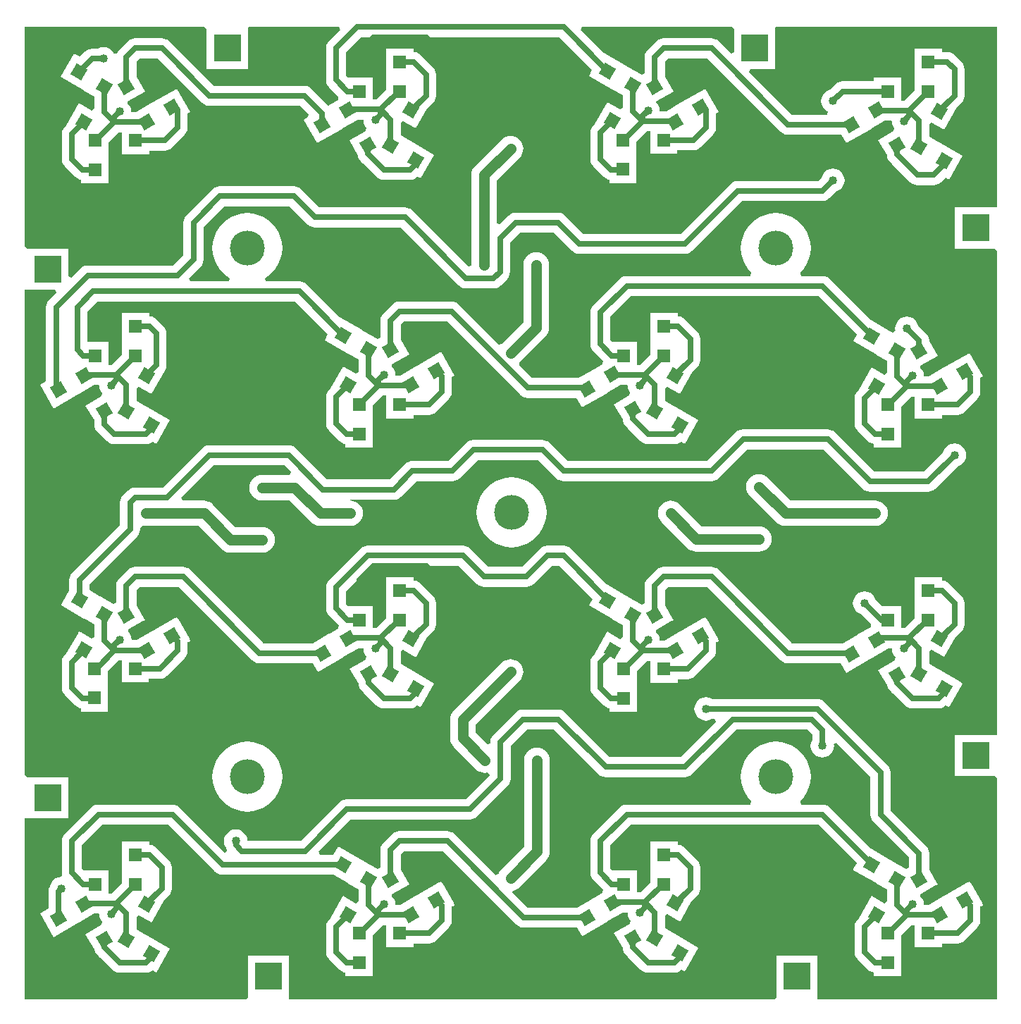
<source format=gtl>
%FSLAX25Y25*%
%MOIN*%
G70*
G01*
G75*
G04 Layer_Physical_Order=1*
G04 Layer_Color=255*
%ADD10R,0.05906X0.05906*%
%ADD11P,0.08352X4X345.0*%
%ADD12P,0.08352X4X285.0*%
%ADD13C,0.02500*%
%ADD14C,0.05000*%
%ADD15C,0.16500*%
%ADD16R,0.12500X0.12500*%
%ADD17C,0.12500*%
%ADD18R,0.12500X0.12500*%
%ADD19C,0.04000*%
G36*
X767500Y682250D02*
X767500D01*
X767250D01*
X766439Y682250D01*
X766439Y682250D01*
X766439Y682250D01*
X747750D01*
Y662750D01*
X766439D01*
X767500Y661689D01*
Y432750D01*
X767500D01*
X767250D01*
X766439Y432750D01*
X766439Y432750D01*
X766439Y432750D01*
X747750D01*
Y413250D01*
X766439D01*
X767500Y412189D01*
Y307500D01*
X682750D01*
Y308750D01*
X682750D01*
Y328250D01*
X663250D01*
Y308750D01*
X663250D01*
Y308561D01*
X662189Y307500D01*
X432750D01*
Y308750D01*
X432750D01*
Y328250D01*
X413250D01*
Y308750D01*
X413250D01*
Y308561D01*
X412189Y307500D01*
X307500D01*
Y393250D01*
X308750D01*
Y393250D01*
X328250D01*
Y412750D01*
X308750D01*
Y412750D01*
X308561D01*
X307500Y413811D01*
Y643250D01*
X308750D01*
Y643250D01*
X322015D01*
X322589Y641864D01*
X319112Y638388D01*
X318351Y637395D01*
X318211Y637057D01*
X317872Y636240D01*
X317709Y635000D01*
Y599895D01*
X314896Y598270D01*
X321349Y587094D01*
X332525Y593547D01*
X332525Y593547D01*
Y593547D01*
X333282Y593984D01*
D01*
X333282D01*
D01*
Y593984D01*
X333282D01*
D01*
D01*
Y593984D01*
X340600Y598209D01*
X342769D01*
X342952Y598000D01*
X343142Y596564D01*
X343696Y595226D01*
X344388Y594324D01*
X344095Y592853D01*
X336475Y588453D01*
X340498Y581484D01*
Y579710D01*
X340498Y579710D01*
X340498D01*
X340662Y578471D01*
X341000Y577653D01*
X341140Y577315D01*
X341902Y576323D01*
X341902Y576323D01*
X341902Y576323D01*
X346612Y571612D01*
X347604Y570851D01*
X348083Y570653D01*
X348760Y570372D01*
X350000Y570209D01*
X365000D01*
X366240Y570372D01*
X367057Y570711D01*
X367395Y570851D01*
X368171Y571446D01*
X370006Y570387D01*
X376459Y581564D01*
X365444Y587923D01*
Y587923D01*
X365444Y587923D01*
X365282Y588016D01*
X364525Y588453D01*
X364525D01*
X364525Y588453D01*
D01*
D01*
D01*
X364525Y588453D01*
D01*
D01*
X360502Y590776D01*
Y596650D01*
X361801Y597400D01*
X367718Y593984D01*
X374107Y605049D01*
X374149Y605104D01*
X374628Y606260D01*
X374791Y607500D01*
Y622500D01*
X374628Y623740D01*
X374149Y624895D01*
X373388Y625888D01*
X369998Y629278D01*
X369006Y630039D01*
X368667Y630179D01*
X367850Y630517D01*
X366610Y630681D01*
X366598D01*
Y632342D01*
X353693D01*
Y619437D01*
D01*
D01*
X353693Y619437D01*
X353693Y618563D01*
X353693D01*
Y612468D01*
X349015Y607791D01*
X347307D01*
Y618563D01*
X337291D01*
Y633015D01*
X341985Y637709D01*
X435670D01*
X451152Y622226D01*
X449542Y619436D01*
X460556Y613077D01*
Y613077D01*
X460556Y613077D01*
X460718Y612984D01*
X461475Y612547D01*
Y612547D01*
Y612547D01*
X461475D01*
D01*
D01*
X461475D01*
Y612547D01*
X461475D01*
X465498Y610224D01*
Y604350D01*
X464199Y603600D01*
X458282Y607016D01*
X452270Y596603D01*
X451612Y595946D01*
X450851Y594953D01*
X450372Y593798D01*
X450209Y592558D01*
Y580000D01*
X450209Y580000D01*
X450209D01*
X450372Y578760D01*
X450711Y577943D01*
X450851Y577604D01*
X451612Y576612D01*
X451612Y576612D01*
X451612Y576612D01*
X456612Y571612D01*
X457605Y570851D01*
X458760Y570372D01*
X459402Y570288D01*
Y568657D01*
X472307D01*
Y581563D01*
D01*
Y581563D01*
X472307Y581563D01*
Y582437D01*
X472307D01*
Y588532D01*
X476985Y593209D01*
X478693D01*
Y582437D01*
X491598D01*
Y584099D01*
X498890D01*
X500130Y584262D01*
X500947Y584600D01*
X501285Y584741D01*
X502278Y585502D01*
Y585502D01*
X502278D01*
D01*
D01*
D01*
D01*
D01*
D01*
X502278D01*
D01*
X502278D01*
Y585502D01*
D01*
D01*
D01*
D01*
Y585502D01*
D01*
D01*
D01*
D01*
D01*
D01*
Y585502D01*
D01*
D01*
X502278D01*
D01*
D01*
D01*
X508388Y591612D01*
X509149Y592604D01*
X509628Y593760D01*
X509791Y595000D01*
Y601971D01*
X511104Y602730D01*
X504651Y613906D01*
X493475Y607453D01*
X493475Y607453D01*
X492718Y607016D01*
D01*
X485399Y602791D01*
X483231D01*
X483047Y603000D01*
X482858Y604436D01*
X482304Y605774D01*
X481423Y606923D01*
X481487Y607906D01*
X489525Y612547D01*
X485501Y619516D01*
Y626726D01*
X486984Y628209D01*
X507515D01*
X542295Y593429D01*
X543288Y592668D01*
X544443Y592189D01*
X545683Y592026D01*
X568790D01*
X571349Y587594D01*
X582525Y594047D01*
X582525D01*
Y594047D01*
X582525D01*
D01*
D01*
D01*
D01*
X582525D01*
Y594047D01*
X582525Y594047D01*
D01*
X583282Y594484D01*
X583444Y594577D01*
X583444D01*
X583444Y594577D01*
X589735Y598209D01*
X592769D01*
X592952Y598000D01*
X593142Y596564D01*
X593696Y595226D01*
X594122Y594671D01*
X593829Y593199D01*
X586475Y588953D01*
X590537Y581917D01*
X590662Y580970D01*
X591000Y580153D01*
X591140Y579815D01*
X591902Y578823D01*
X591902Y578823D01*
X591902Y578823D01*
X592900Y577824D01*
X592928Y577777D01*
X592940Y577784D01*
X599112Y571612D01*
X600105Y570851D01*
X601260Y570372D01*
X602500Y570209D01*
X615000D01*
X616240Y570372D01*
X617057Y570711D01*
X617395Y570851D01*
X618171Y571446D01*
X620006Y570387D01*
X626459Y581564D01*
X615444Y587923D01*
Y587923D01*
X615444Y587923D01*
X615282Y588016D01*
X614525Y588453D01*
X614525D01*
X614525Y588453D01*
D01*
D01*
D01*
X614525Y588453D01*
D01*
D01*
X610501Y590776D01*
Y596650D01*
X611800Y597400D01*
X617718Y593984D01*
X623809Y604533D01*
X625888Y606612D01*
X626649Y607605D01*
X627128Y608760D01*
X627291Y610000D01*
Y620000D01*
X627128Y621240D01*
X626789Y622057D01*
X626649Y622396D01*
X625888Y623388D01*
X619998Y629278D01*
X619006Y630039D01*
X618667Y630179D01*
X617850Y630517D01*
X616610Y630681D01*
X616598D01*
Y632342D01*
X603693D01*
Y619437D01*
D01*
D01*
X603693Y619437D01*
X603693Y618563D01*
X603693D01*
Y612468D01*
X599016Y607791D01*
X597307D01*
Y618563D01*
X585712D01*
X584791Y619485D01*
Y630515D01*
X594485Y640209D01*
X683170D01*
X701335Y622044D01*
X699542Y618936D01*
X710556Y612577D01*
Y612577D01*
X710556Y612577D01*
X710718Y612484D01*
X711475Y612047D01*
Y612047D01*
Y612047D01*
X711475D01*
D01*
D01*
X711475D01*
Y612047D01*
X711475D01*
X715498Y609724D01*
Y603850D01*
X714199Y603100D01*
X708282Y606516D01*
X702270Y596103D01*
X701612Y595446D01*
X700851Y594453D01*
X700372Y593298D01*
X700209Y592058D01*
Y580000D01*
X700209Y580000D01*
X700209D01*
X700372Y578760D01*
X700711Y577943D01*
X700851Y577604D01*
X701612Y576612D01*
X701612Y576612D01*
X701612Y576612D01*
X706502Y571723D01*
D01*
X706502Y571723D01*
X706502Y571723D01*
D01*
D01*
D01*
X706502Y571723D01*
Y571723D01*
X707494Y570961D01*
X708650Y570482D01*
X709402Y570384D01*
Y568657D01*
X722307D01*
Y581563D01*
D01*
Y581563D01*
X722307Y581563D01*
Y582437D01*
X722307D01*
Y588032D01*
X726985Y592709D01*
X728693D01*
Y582437D01*
X741598D01*
Y584099D01*
X748890D01*
X750130Y584262D01*
X750947Y584600D01*
X751285Y584741D01*
X752278Y585502D01*
Y585502D01*
X752278D01*
D01*
D01*
D01*
D01*
D01*
D01*
X752278D01*
D01*
X752278D01*
Y585502D01*
D01*
D01*
D01*
D01*
Y585502D01*
D01*
D01*
D01*
D01*
D01*
D01*
Y585502D01*
D01*
D01*
X752278D01*
D01*
D01*
D01*
D01*
D01*
X758388Y591612D01*
X759149Y592604D01*
X759628Y593760D01*
X759791Y595000D01*
Y601472D01*
X761104Y602230D01*
X754651Y613406D01*
X743475Y606953D01*
X743475Y606953D01*
Y606953D01*
X742718Y606516D01*
Y606516D01*
X742718Y606516D01*
X735399Y602291D01*
X733231D01*
X733047Y602500D01*
X732858Y603936D01*
X732304Y605274D01*
X731423Y606423D01*
X731487Y607406D01*
X739525Y612047D01*
X735501Y619016D01*
Y619289D01*
X735338Y620530D01*
X734860Y621685D01*
X734098Y622677D01*
X730361Y626414D01*
X730358Y626436D01*
X729804Y627774D01*
X728923Y628923D01*
X727774Y629804D01*
X726436Y630358D01*
X725000Y630548D01*
X723564Y630358D01*
X722226Y629804D01*
X721077Y628923D01*
X720196Y627774D01*
X719642Y626436D01*
X719452Y625000D01*
X719610Y623805D01*
X718608Y623136D01*
X718300Y623008D01*
X718089Y623130D01*
Y623130D01*
X718089D01*
X717928Y623223D01*
X717549Y623442D01*
X717171Y623660D01*
X717009Y623753D01*
Y623753D01*
X717009Y623753D01*
X707941Y628989D01*
X688542Y648388D01*
D01*
X688542Y648388D01*
D01*
D01*
D01*
X688542Y648388D01*
X688542Y648388D01*
X687550Y649149D01*
X687212Y649289D01*
X686394Y649628D01*
X685154Y649791D01*
X675107D01*
X674588Y651198D01*
X674703Y651297D01*
X676390Y653272D01*
X677747Y655486D01*
X678741Y657886D01*
X679347Y660411D01*
X679551Y663000D01*
X679347Y665589D01*
X678741Y668115D01*
X677747Y670514D01*
X676390Y672728D01*
X674703Y674703D01*
X672728Y676390D01*
X670514Y677747D01*
X668115Y678741D01*
X665589Y679347D01*
X663000Y679551D01*
X660411Y679347D01*
X657886Y678741D01*
X655486Y677747D01*
X653272Y676390D01*
X651297Y674703D01*
X649610Y672728D01*
X648253Y670514D01*
X647259Y668115D01*
X646653Y665589D01*
X646449Y663000D01*
X646653Y660411D01*
X647259Y657886D01*
X648253Y655486D01*
X649610Y653272D01*
X651297Y651297D01*
X651412Y651198D01*
X650893Y649791D01*
X592500D01*
X591260Y649628D01*
X590104Y649149D01*
X589112Y648388D01*
X576612Y635888D01*
X575851Y634896D01*
X575372Y633740D01*
X575209Y632500D01*
Y617500D01*
X575372Y616260D01*
X575851Y615104D01*
X576612Y614112D01*
X581179Y609546D01*
X580983Y608058D01*
X576991Y605754D01*
X576991Y605754D01*
Y605754D01*
X576829Y605660D01*
X576451Y605442D01*
X576072Y605223D01*
X575911Y605130D01*
X575911D01*
X575911Y605130D01*
X569811Y601608D01*
X547668D01*
X541694Y607581D01*
X541763Y608985D01*
X553869Y621091D01*
X554619Y622005D01*
X555176Y623047D01*
X555519Y624178D01*
X555635Y625354D01*
Y655000D01*
X555519Y656176D01*
X555176Y657307D01*
X554619Y658350D01*
X553869Y659263D01*
X552956Y660013D01*
X551913Y660570D01*
X550782Y660913D01*
X549606Y661029D01*
X548430Y660913D01*
X547299Y660570D01*
X546257Y660013D01*
X545343Y659263D01*
X544593Y658350D01*
X544036Y657307D01*
X543693Y656176D01*
X543577Y655000D01*
Y627852D01*
X533237Y617511D01*
X531833Y617442D01*
X512888Y636388D01*
D01*
X512888Y636388D01*
D01*
D01*
D01*
X512888Y636388D01*
X512888Y636388D01*
X511896Y637149D01*
X511557Y637289D01*
X510740Y637628D01*
X509500Y637791D01*
X485000D01*
X483760Y637628D01*
X482605Y637149D01*
X481612Y636388D01*
X477323Y632098D01*
X476561Y631106D01*
X476421Y630767D01*
X476083Y629951D01*
X475919Y628711D01*
Y620609D01*
X474620Y619859D01*
X468089Y623630D01*
Y623630D01*
X468089Y623630D01*
X467928Y623723D01*
X467171Y624160D01*
X467171D01*
X467171Y624160D01*
D01*
D01*
D01*
D01*
D01*
X467171Y624160D01*
D01*
D01*
D01*
D01*
X456758Y630172D01*
X441042Y645888D01*
X440050Y646649D01*
X439712Y646789D01*
X438894Y647128D01*
X437654Y647291D01*
X421707D01*
X421300Y648735D01*
X422728Y649610D01*
X424703Y651297D01*
X426390Y653272D01*
X427747Y655486D01*
X428741Y657886D01*
X429347Y660411D01*
X429551Y663000D01*
X429347Y665589D01*
X428741Y668115D01*
X427747Y670514D01*
X426390Y672728D01*
X424703Y674703D01*
X422728Y676390D01*
X420514Y677747D01*
X418115Y678741D01*
X415589Y679347D01*
X413000Y679551D01*
X410411Y679347D01*
X407885Y678741D01*
X405486Y677747D01*
X403271Y676390D01*
X401297Y674703D01*
X399610Y672728D01*
X398253Y670514D01*
X397259Y668115D01*
X396653Y665589D01*
X396449Y663000D01*
X396653Y660411D01*
X397259Y657886D01*
X398253Y655486D01*
X399610Y653272D01*
X401297Y651297D01*
X403271Y649610D01*
X404700Y648735D01*
X404293Y647291D01*
X386026D01*
X385452Y648677D01*
X390888Y654112D01*
X391649Y655104D01*
X392128Y656260D01*
X392291Y657500D01*
D01*
D01*
D01*
D01*
D01*
X392291D01*
D01*
D01*
D01*
D01*
Y657500D01*
X392291D01*
D01*
Y657500D01*
D01*
D01*
D01*
D01*
D01*
D01*
D01*
D01*
D01*
D01*
D01*
D01*
Y657500D01*
D01*
X392291D01*
D01*
D01*
D01*
D01*
X392291Y657500D01*
Y673015D01*
X401985Y682709D01*
X433015D01*
X441612Y674112D01*
D01*
X441612Y674112D01*
X441612Y674112D01*
D01*
D01*
D01*
X441612Y674112D01*
Y674112D01*
X442604Y673351D01*
X443083Y673153D01*
X443760Y672872D01*
X445000Y672709D01*
X485515D01*
X512862Y645362D01*
D01*
X512862Y645362D01*
X512862Y645362D01*
D01*
D01*
D01*
X512862Y645362D01*
Y645362D01*
X513855Y644601D01*
X514193Y644460D01*
X515010Y644122D01*
X516250Y643959D01*
X529474D01*
X530714Y644122D01*
X531531Y644460D01*
X531870Y644601D01*
X532862Y645362D01*
Y645362D01*
X532862D01*
D01*
D01*
D01*
D01*
D01*
D01*
X532862D01*
D01*
X532862D01*
Y645362D01*
D01*
D01*
D01*
D01*
Y645362D01*
D01*
D01*
D01*
D01*
D01*
D01*
Y645362D01*
D01*
D01*
X532862D01*
D01*
D01*
D01*
X535888Y648388D01*
X536649Y649380D01*
X537128Y650535D01*
X537147Y650680D01*
X537291Y651776D01*
Y665516D01*
X541985Y670209D01*
X558015D01*
X566612Y661612D01*
D01*
X566612Y661612D01*
X566612Y661612D01*
D01*
D01*
D01*
X566612Y661612D01*
Y661612D01*
X567604Y660851D01*
X568083Y660653D01*
X568760Y660372D01*
X570000Y660209D01*
X620000D01*
X621240Y660372D01*
X622057Y660711D01*
X622396Y660851D01*
X623388Y661612D01*
Y661612D01*
X623388D01*
D01*
D01*
D01*
D01*
D01*
D01*
X623388D01*
D01*
X623388D01*
Y661612D01*
D01*
D01*
D01*
D01*
Y661612D01*
D01*
D01*
D01*
D01*
D01*
D01*
Y661612D01*
D01*
D01*
X623388D01*
D01*
D01*
D01*
X646984Y685209D01*
X685000D01*
X686240Y685372D01*
X687057Y685711D01*
X687395Y685851D01*
X688388Y686612D01*
Y686612D01*
X688388D01*
D01*
D01*
D01*
D01*
D01*
D01*
X688388D01*
D01*
X688388D01*
Y686612D01*
D01*
D01*
D01*
D01*
Y686612D01*
D01*
D01*
D01*
D01*
D01*
D01*
Y686612D01*
D01*
D01*
X688388D01*
D01*
D01*
D01*
X691414Y689639D01*
X691436Y689642D01*
X692774Y690196D01*
X693923Y691077D01*
X694804Y692226D01*
X695358Y693564D01*
X695547Y695000D01*
X695358Y696436D01*
X694804Y697774D01*
X693923Y698923D01*
X692774Y699804D01*
X691436Y700358D01*
X690000Y700548D01*
X688564Y700358D01*
X687226Y699804D01*
X686077Y698923D01*
X685196Y697774D01*
X684642Y696436D01*
X684639Y696414D01*
X683015Y694791D01*
X645000D01*
X643760Y694628D01*
X642943Y694289D01*
X642604Y694149D01*
X641612Y693388D01*
X618015Y669791D01*
X571984D01*
X563388Y678388D01*
X562395Y679149D01*
X562057Y679289D01*
X561240Y679628D01*
X560000Y679791D01*
X540000D01*
X538760Y679628D01*
X537605Y679149D01*
X536612Y678388D01*
X532415Y674190D01*
X531029Y674764D01*
Y695003D01*
X541763Y705737D01*
X542513Y706650D01*
X543070Y707693D01*
X543413Y708824D01*
X543529Y710000D01*
X543413Y711176D01*
X543070Y712307D01*
X542513Y713349D01*
X541763Y714263D01*
X540849Y715013D01*
X539807Y715570D01*
X538676Y715913D01*
X537500Y716029D01*
X536324Y715913D01*
X535193Y715570D01*
X534151Y715013D01*
X533237Y714263D01*
X520737Y701763D01*
X519987Y700849D01*
X519430Y699807D01*
X519087Y698676D01*
X518971Y697500D01*
Y655000D01*
X518993Y654780D01*
X517637Y654139D01*
X490888Y680888D01*
X489895Y681649D01*
X489557Y681789D01*
X488740Y682128D01*
X487500Y682291D01*
X446984D01*
X438388Y690888D01*
D01*
X438388Y690888D01*
D01*
D01*
D01*
X438388Y690888D01*
X438388Y690888D01*
X437395Y691649D01*
X437057Y691789D01*
X436240Y692128D01*
X435000Y692291D01*
X400000D01*
X398760Y692128D01*
X397604Y691649D01*
X396612Y690888D01*
X384112Y678388D01*
X383351Y677395D01*
X383211Y677057D01*
X382872Y676240D01*
X382709Y675000D01*
Y659484D01*
X378015Y654791D01*
X337500D01*
X336260Y654628D01*
X335104Y654149D01*
X334112Y653388D01*
X329636Y648911D01*
X328250Y649485D01*
Y662750D01*
X308750D01*
Y662750D01*
X308561D01*
X307500Y663811D01*
Y767500D01*
X392689D01*
X393750Y766439D01*
Y747750D01*
X413250D01*
Y766439D01*
X413250Y766439D01*
D01*
D01*
D01*
D01*
D01*
D01*
D01*
X413250Y767250D01*
D01*
X413500Y767500D01*
X456265D01*
X456839Y766114D01*
X451612Y760888D01*
X450851Y759896D01*
X450711Y759557D01*
X450372Y758740D01*
X450209Y757500D01*
X450209Y757500D01*
X450209D01*
X450209Y757500D01*
X450209D01*
Y742500D01*
X450209Y742500D01*
X450209D01*
X450372Y741260D01*
X450711Y740443D01*
X450851Y740104D01*
X451612Y739112D01*
X451612Y739112D01*
X451612Y739112D01*
X456131Y734594D01*
X455935Y733106D01*
X451540Y730569D01*
X451540Y730569D01*
Y730569D01*
X451329Y730447D01*
X443388Y738388D01*
X442395Y739149D01*
X442057Y739289D01*
X441240Y739628D01*
X440000Y739791D01*
X396985D01*
X375888Y760888D01*
D01*
X375888Y760888D01*
D01*
D01*
D01*
X375888Y760888D01*
X375888Y760888D01*
X374896Y761649D01*
X374557Y761789D01*
X373740Y762128D01*
X372500Y762291D01*
X360000D01*
X358760Y762128D01*
X357605Y761649D01*
X356612Y760888D01*
X352323Y756598D01*
X351561Y755606D01*
X351421Y755267D01*
X351364Y755129D01*
X349864D01*
X349804Y755274D01*
X348923Y756423D01*
X347774Y757304D01*
X346436Y757858D01*
X345000Y758047D01*
X343564Y757858D01*
X342226Y757304D01*
X342209Y757291D01*
X339558D01*
X338318Y757128D01*
X337162Y756649D01*
X336170Y755888D01*
X333784Y753502D01*
X330994Y755113D01*
X324541Y743936D01*
X335718Y737484D01*
X335718Y737484D01*
Y737484D01*
X336475Y737047D01*
X336475Y737047D01*
X340498Y734724D01*
Y728850D01*
X339199Y728100D01*
X333282Y731516D01*
X327270Y721103D01*
X326612Y720446D01*
X325851Y719453D01*
X325372Y718298D01*
X325209Y717058D01*
Y705000D01*
X325209Y705000D01*
X325209D01*
X325372Y703760D01*
X325711Y702943D01*
X325851Y702604D01*
X326612Y701612D01*
X326612Y701612D01*
X326612D01*
Y701612D01*
X326612Y701612D01*
X331612Y696612D01*
X331612Y696612D01*
X331612D01*
X331612D01*
Y696612D01*
D01*
X331612D01*
D01*
D01*
D01*
X331612Y696612D01*
Y696612D01*
X332605Y695851D01*
X333760Y695372D01*
X334402Y695288D01*
Y693657D01*
X347307D01*
Y706563D01*
D01*
Y706563D01*
X347307Y706563D01*
X347307Y707437D01*
X347307D01*
Y713032D01*
X351985Y717709D01*
X353693D01*
Y707437D01*
X366598D01*
Y709099D01*
X373890D01*
X375130Y709262D01*
X375947Y709600D01*
X376285Y709741D01*
X377277Y710502D01*
Y710502D01*
X377277D01*
D01*
D01*
D01*
D01*
D01*
D01*
X377277D01*
D01*
X377277D01*
Y710502D01*
D01*
D01*
D01*
D01*
Y710502D01*
D01*
D01*
D01*
D01*
D01*
D01*
Y710502D01*
D01*
D01*
X377277D01*
D01*
D01*
D01*
X383388Y716612D01*
X384149Y717604D01*
X384628Y718760D01*
X384791Y720000D01*
Y726472D01*
X386104Y727230D01*
X379651Y738406D01*
X368475Y731953D01*
X368475Y731953D01*
Y731953D01*
X367718Y731516D01*
Y731516D01*
X367718Y731516D01*
X360400Y727291D01*
X358231D01*
X358048Y727500D01*
X357858Y728936D01*
X357304Y730274D01*
X356423Y731423D01*
X356487Y732406D01*
X364525Y737047D01*
X360502Y744016D01*
Y751226D01*
X361984Y752709D01*
X370515D01*
X391612Y731612D01*
X392604Y730851D01*
X393760Y730372D01*
X395000Y730209D01*
X438016D01*
X441866Y726358D01*
X441671Y724871D01*
X439606Y723679D01*
X446059Y712502D01*
X457235Y718955D01*
X457235D01*
Y718955D01*
X457235D01*
D01*
D01*
D01*
D01*
X457235D01*
Y718955D01*
X457235Y718955D01*
D01*
X457993Y719392D01*
X458154Y719486D01*
X458154Y719486D01*
X458154Y719486D01*
X465469Y723709D01*
X467769D01*
X467952Y723500D01*
X468142Y722064D01*
X468696Y720726D01*
X469348Y719877D01*
X469055Y718405D01*
X461185Y713862D01*
X465313Y706713D01*
X465372Y706260D01*
X465711Y705443D01*
X465851Y705104D01*
X466612Y704112D01*
X466612Y704112D01*
X466612Y704112D01*
X467090Y703634D01*
X467638Y702685D01*
X467892Y702832D01*
X474112Y696612D01*
X475105Y695851D01*
X476260Y695372D01*
X477500Y695209D01*
X490000D01*
X491240Y695372D01*
X492057Y695711D01*
X492395Y695851D01*
X493388Y696612D01*
X493520Y696745D01*
X495006Y695887D01*
X501459Y707064D01*
X490282Y713516D01*
X490282Y713516D01*
X490282Y713516D01*
D01*
X489525Y713953D01*
Y713953D01*
X489525Y713953D01*
X485501Y716276D01*
Y722150D01*
X486800Y722900D01*
X492718Y719484D01*
X498126Y728850D01*
X500888Y731612D01*
X501649Y732605D01*
X502128Y733760D01*
X502291Y735000D01*
Y745000D01*
X502128Y746240D01*
X501789Y747057D01*
X501649Y747396D01*
X500888Y748388D01*
X494998Y754278D01*
X494006Y755039D01*
X493667Y755179D01*
X492850Y755517D01*
X491610Y755681D01*
X491598D01*
Y757342D01*
X478693D01*
Y744437D01*
X478693D01*
Y744297D01*
Y744437D01*
Y744437D01*
Y743563D01*
X478693D01*
Y737968D01*
X474016Y733291D01*
X472307D01*
Y743563D01*
X460712D01*
X459791Y744485D01*
Y755515D01*
X466985Y762709D01*
X560670D01*
X576152Y747226D01*
X574542Y744436D01*
X585556Y738077D01*
Y738077D01*
X585556Y738077D01*
X585718Y737984D01*
X586475Y737547D01*
Y737547D01*
Y737547D01*
X586475D01*
D01*
D01*
X586475D01*
Y737547D01*
D01*
D01*
D01*
X590498Y735224D01*
Y729350D01*
X589199Y728600D01*
X583282Y732016D01*
X577270Y721603D01*
X576612Y720946D01*
X575851Y719953D01*
X575372Y718798D01*
X575209Y717558D01*
Y705000D01*
X575372Y703760D01*
X575711Y702943D01*
X575851Y702604D01*
X576612Y701612D01*
X581612Y696612D01*
X582605Y695851D01*
X583760Y695372D01*
X584256Y695307D01*
Y693768D01*
X597161D01*
Y706673D01*
D01*
Y706673D01*
X597161Y706673D01*
Y707547D01*
X597161D01*
Y713386D01*
X601985Y718209D01*
X603547D01*
Y707547D01*
X616453D01*
Y709209D01*
X624000D01*
X625240Y709372D01*
X626057Y709711D01*
X626396Y709851D01*
X627388Y710612D01*
X633388Y716612D01*
Y716612D01*
D01*
D01*
D01*
X633388Y716612D01*
Y716612D01*
X633388Y716612D01*
Y716612D01*
Y716612D01*
X633388D01*
D01*
D01*
Y716612D01*
D01*
D01*
D01*
D01*
D01*
D01*
Y716612D01*
D01*
D01*
X633388D01*
D01*
X633388Y716612D01*
D01*
D01*
X634149Y717604D01*
X634628Y718760D01*
X634791Y720000D01*
Y726472D01*
X636104Y727230D01*
X629651Y738406D01*
X618475Y731953D01*
X618475Y731953D01*
Y731953D01*
X617718Y731516D01*
Y731516D01*
X617718Y731516D01*
X611266Y727791D01*
X608231D01*
X608047Y728000D01*
X607858Y729436D01*
X607304Y730774D01*
X606423Y731923D01*
X606453Y732386D01*
X614525Y737047D01*
X610501Y744016D01*
Y751226D01*
X611984Y752709D01*
X630515D01*
X665295Y717929D01*
X666288Y717168D01*
X667443Y716689D01*
X668683Y716526D01*
X694078D01*
X696349Y712594D01*
X707525Y719047D01*
X707525D01*
Y719047D01*
X707525D01*
D01*
D01*
D01*
D01*
X707525D01*
Y719047D01*
X707525Y719047D01*
D01*
X708282Y719484D01*
X708444Y719577D01*
D01*
X708444D01*
X708444D01*
Y719577D01*
D01*
D01*
X708444Y719577D01*
X714735Y723209D01*
X717769D01*
X717952Y723000D01*
X718142Y721564D01*
X718696Y720226D01*
X719122Y719671D01*
X718829Y718199D01*
X711475Y713953D01*
X715537Y706917D01*
X715564Y706713D01*
X715662Y705970D01*
X716140Y704815D01*
X716902Y703823D01*
X717900Y702824D01*
X717928Y702777D01*
X717940Y702784D01*
X726612Y694112D01*
D01*
X726612Y694112D01*
X726612Y694112D01*
D01*
D01*
D01*
X726612Y694112D01*
Y694112D01*
X727604Y693351D01*
X727943Y693211D01*
X728760Y692872D01*
X730000Y692709D01*
X737500D01*
X738740Y692872D01*
X739557Y693211D01*
X739895Y693351D01*
X740888Y694112D01*
X743203Y696428D01*
X745006Y695387D01*
X751459Y706564D01*
X740282Y713016D01*
X740282Y713016D01*
X740282Y713016D01*
D01*
X739525Y713453D01*
Y713453D01*
X739525Y713453D01*
X735501Y715776D01*
Y721650D01*
X736800Y722400D01*
X742718Y718984D01*
X748809Y729533D01*
X750888Y731612D01*
X751649Y732605D01*
X752128Y733760D01*
X752291Y735000D01*
Y747500D01*
X752128Y748740D01*
X751649Y749895D01*
X750888Y750888D01*
X747498Y754278D01*
X746506Y755039D01*
X746167Y755179D01*
X745350Y755517D01*
X744110Y755681D01*
X741598D01*
Y757342D01*
X728693D01*
Y744437D01*
X728693D01*
Y744297D01*
Y744437D01*
Y744437D01*
Y743563D01*
X728693D01*
Y737468D01*
X724016Y732791D01*
X722307D01*
Y743563D01*
X709402D01*
Y741901D01*
X694610D01*
X693370Y741738D01*
X692215Y741259D01*
X691222Y740498D01*
X688586Y737861D01*
X688564Y737858D01*
X687226Y737304D01*
X686077Y736423D01*
X685196Y735274D01*
X684642Y733936D01*
X684452Y732500D01*
X684642Y731064D01*
X685196Y729726D01*
X686077Y728577D01*
X687226Y727696D01*
X687508Y727579D01*
X687215Y726108D01*
X670668D01*
X650411Y746364D01*
X650985Y747750D01*
X662750D01*
Y766439D01*
X662750Y766439D01*
D01*
D01*
D01*
D01*
D01*
D01*
D01*
X662750Y767250D01*
D01*
X663000Y767500D01*
X767500D01*
Y682250D01*
D02*
G37*
G36*
X643250Y766439D02*
Y755485D01*
X641864Y754911D01*
X635888Y760888D01*
D01*
X635888Y760888D01*
D01*
D01*
D01*
X635888Y760888D01*
X635888Y760888D01*
X634896Y761649D01*
X634557Y761789D01*
X633740Y762128D01*
X632500Y762291D01*
X610000D01*
X608760Y762128D01*
X607605Y761649D01*
X606612Y760888D01*
X602323Y756598D01*
X601561Y755606D01*
X601421Y755267D01*
X601083Y754451D01*
X600919Y753210D01*
Y745609D01*
X599620Y744859D01*
X593089Y748630D01*
Y748630D01*
X593089Y748630D01*
X592928Y748723D01*
X592549Y748942D01*
X592171Y749160D01*
X592009Y749254D01*
Y749254D01*
X592009Y749254D01*
X581758Y755172D01*
X570816Y766114D01*
X571390Y767500D01*
X642189D01*
X643250Y766439D01*
D02*
G37*
%LPC*%
G36*
X613248Y543529D02*
X612072Y543413D01*
X610941Y543070D01*
X609899Y542513D01*
X608985Y541763D01*
X608235Y540849D01*
X607678Y539807D01*
X607335Y538676D01*
X607219Y537500D01*
X607335Y536324D01*
X607678Y535193D01*
X608235Y534151D01*
X608985Y533237D01*
X621091Y521131D01*
Y521131D01*
X621091D01*
Y521131D01*
X621091Y521131D01*
X622005Y520381D01*
X623047Y519824D01*
D01*
X623047D01*
X623047Y519824D01*
D01*
D01*
D01*
X623047D01*
D01*
D01*
X623047D01*
D01*
D01*
Y519824D01*
X624178Y519481D01*
X625354Y519365D01*
X655000D01*
X656176Y519481D01*
X657307Y519824D01*
X658350Y520381D01*
X659263Y521131D01*
X660013Y522044D01*
X660570Y523087D01*
X660913Y524218D01*
X661029Y525394D01*
X660913Y526570D01*
X660570Y527701D01*
X660013Y528743D01*
X659263Y529657D01*
X658350Y530407D01*
X657307Y530964D01*
X656176Y531307D01*
X655000Y531423D01*
X627852D01*
X617511Y541763D01*
X616598Y542513D01*
X615555Y543070D01*
X614424Y543413D01*
X613248Y543529D01*
D02*
G37*
G36*
X537500Y468529D02*
X536324Y468413D01*
X535193Y468070D01*
X534151Y467513D01*
X533237Y466763D01*
X510663Y444189D01*
X509913Y443275D01*
X509356Y442233D01*
X509013Y441102D01*
X508897Y439926D01*
Y431216D01*
X508897Y431216D01*
X508897D01*
X509013Y430040D01*
X509356Y428909D01*
X509356Y428909D01*
X509356Y428909D01*
X509913Y427866D01*
X510663Y426953D01*
Y426953D01*
D01*
D01*
X510663Y426953D01*
Y426953D01*
X510663Y426953D01*
X521131Y416485D01*
X522044Y415735D01*
X523087Y415178D01*
X524218Y414835D01*
X525394Y414719D01*
X526570Y414835D01*
X526713Y414878D01*
X526885Y414751D01*
X527565Y413616D01*
X516240Y402291D01*
X460000D01*
X458760Y402128D01*
X458083Y401847D01*
X457605Y401649D01*
X456612Y400888D01*
X438225Y382500D01*
X413048D01*
X412858Y383936D01*
X412304Y385274D01*
X411423Y386423D01*
X410274Y387304D01*
X408936Y387858D01*
X407500Y388048D01*
X406064Y387858D01*
X404726Y387304D01*
X403577Y386423D01*
X402696Y385274D01*
X402142Y383936D01*
X401953Y382500D01*
X402142Y381064D01*
X402696Y379726D01*
X402835Y379545D01*
X402872Y379260D01*
X403211Y378443D01*
X403351Y378104D01*
X403559Y377833D01*
X402431Y376844D01*
X380888Y398388D01*
D01*
X380888Y398388D01*
D01*
D01*
D01*
X380888Y398388D01*
X380888Y398388D01*
X379895Y399149D01*
X379557Y399289D01*
X378740Y399628D01*
X377500Y399791D01*
X342500D01*
X341260Y399628D01*
X340105Y399149D01*
X339112Y398388D01*
X326612Y385888D01*
X325851Y384895D01*
X325372Y383740D01*
X325209Y382500D01*
Y367500D01*
X325209Y367500D01*
X325209D01*
X325372Y366260D01*
X325000Y365547D01*
X323564Y365358D01*
X322226Y364804D01*
X321077Y363923D01*
X320196Y362774D01*
X319642Y361436D01*
X319606Y361164D01*
X319561Y361106D01*
X319421Y360768D01*
X319083Y359950D01*
X318919Y358711D01*
Y350593D01*
X314896Y348270D01*
X321349Y337094D01*
X332525Y343547D01*
D01*
Y343547D01*
X332525D01*
D01*
D01*
D01*
D01*
X332525D01*
Y343547D01*
X332525Y343547D01*
D01*
X333282Y343984D01*
X333444Y344077D01*
X333444Y344077D01*
Y344077D01*
D01*
D01*
Y344077D01*
X340600Y348209D01*
X342769D01*
X342952Y348000D01*
X343142Y346564D01*
X343696Y345226D01*
X344388Y344324D01*
X344095Y342853D01*
X336475Y338453D01*
X340622Y331270D01*
X340662Y330971D01*
X341000Y330153D01*
X341140Y329815D01*
X341902Y328823D01*
X341902Y328823D01*
X341902Y328823D01*
X342217Y328507D01*
X342928Y327277D01*
X343257Y327467D01*
X349112Y321612D01*
X350104Y320851D01*
X351260Y320372D01*
X352500Y320209D01*
X365000D01*
X366240Y320372D01*
X367057Y320711D01*
X367395Y320851D01*
X368171Y321446D01*
X370006Y320387D01*
X376459Y331564D01*
X365444Y337923D01*
Y337923D01*
D01*
D01*
Y337923D01*
X365444Y337923D01*
X365282Y338016D01*
X364525Y338453D01*
X364525D01*
X364525Y338453D01*
D01*
D01*
D01*
X364525Y338453D01*
D01*
D01*
X360502Y340776D01*
Y346650D01*
X361801Y347400D01*
X366799Y344514D01*
X366799D01*
X367718Y343984D01*
X368248Y344902D01*
X368248D01*
X373809Y354533D01*
X375888Y356612D01*
X376649Y357605D01*
X377128Y358760D01*
X377291Y360000D01*
Y370000D01*
X377128Y371240D01*
X376789Y372057D01*
X376649Y372395D01*
X375888Y373388D01*
X369998Y379277D01*
X369006Y380039D01*
X368667Y380179D01*
X367850Y380518D01*
X366610Y380681D01*
X366598D01*
Y382343D01*
X353693D01*
Y369437D01*
D01*
D01*
X353693Y369437D01*
X353693Y368563D01*
X353693D01*
Y362468D01*
X349015Y357791D01*
X347307D01*
Y368563D01*
X335713D01*
X334791Y369484D01*
Y380516D01*
X344484Y390209D01*
X375516D01*
X397814Y367911D01*
X398806Y367149D01*
X399962Y366670D01*
X401202Y366507D01*
X453749D01*
X460556Y362577D01*
X460556D01*
X460718Y362484D01*
X461475Y362047D01*
Y362047D01*
Y362047D01*
X461475D01*
D01*
D01*
X461475D01*
Y362047D01*
D01*
D01*
D01*
X465498Y359724D01*
Y353850D01*
X464199Y353100D01*
X459201Y355986D01*
X459201D01*
X458282Y356516D01*
X457752Y355598D01*
X457752D01*
X452270Y346103D01*
X451612Y345446D01*
X450851Y344453D01*
X450372Y343298D01*
X450209Y342058D01*
Y330000D01*
X450372Y328760D01*
X450711Y327943D01*
X450851Y327605D01*
X451612Y326612D01*
X456612Y321612D01*
Y321612D01*
X456612D01*
X456612Y321612D01*
X456612D01*
D01*
D01*
D01*
Y321612D01*
X456612Y321612D01*
D01*
X457605Y320851D01*
X458760Y320372D01*
X458760Y320372D01*
D01*
D01*
D01*
X458760D01*
Y320372D01*
X458760Y320372D01*
X458760Y320372D01*
X459402Y320288D01*
Y318657D01*
X472307D01*
Y331563D01*
D01*
Y331563D01*
X472307Y331563D01*
Y332437D01*
X472307D01*
Y338032D01*
X476985Y342709D01*
X478693D01*
Y332437D01*
X491598D01*
Y334099D01*
X498890D01*
X500130Y334262D01*
X500947Y334600D01*
X501285Y334741D01*
X502278Y335502D01*
X508388Y341612D01*
X509149Y342604D01*
X509628Y343760D01*
X509628D01*
D01*
D01*
D01*
D01*
X509628D01*
D01*
D01*
D01*
Y343760D01*
X509628D01*
D01*
Y343760D01*
D01*
D01*
D01*
D01*
D01*
D01*
D01*
D01*
D01*
D01*
D01*
D01*
Y343760D01*
D01*
X509628D01*
D01*
D01*
D01*
D01*
X509628Y343760D01*
X509791Y345000D01*
Y351471D01*
X510186Y351699D01*
Y351699D01*
X511104Y352230D01*
X510574Y353148D01*
Y353148D01*
X505182Y362488D01*
X505182D01*
X504651Y363406D01*
X503733Y362876D01*
X503733D01*
X493475Y356953D01*
X493475D01*
D01*
D01*
X493475D01*
D01*
X492718Y356516D01*
D01*
X485399Y352291D01*
X483231D01*
X483047Y352500D01*
X482858Y353936D01*
X482304Y355274D01*
X481423Y356423D01*
X481487Y357406D01*
X489525Y362047D01*
X485501Y369016D01*
Y376226D01*
X486984Y377709D01*
X505515D01*
X540295Y342929D01*
X541288Y342168D01*
X542443Y341689D01*
X543683Y341526D01*
X569078D01*
X570818Y338512D01*
X570818D01*
X571349Y337594D01*
X572267Y338124D01*
X572267D01*
X582525Y344047D01*
D01*
D01*
D01*
Y344047D01*
X582525D01*
D01*
D01*
D01*
D01*
X582525D01*
Y344047D01*
X582525Y344047D01*
D01*
X583282Y344484D01*
X583444Y344577D01*
X583444Y344577D01*
Y344577D01*
D01*
D01*
Y344577D01*
X590600Y348709D01*
X592769D01*
X592952Y348500D01*
X593142Y347064D01*
X593696Y345726D01*
X594388Y344824D01*
X594095Y343353D01*
X587394Y339484D01*
Y339484D01*
X586475Y338953D01*
X587005Y338035D01*
Y338035D01*
X590537Y331917D01*
X590662Y330971D01*
X591000Y330153D01*
X591140Y329815D01*
X591902Y328823D01*
Y328823D01*
D01*
D01*
X591902Y328823D01*
Y328823D01*
X591902Y328823D01*
X592900Y327824D01*
X592928Y327777D01*
X592940Y327784D01*
X599112Y321612D01*
X600105Y320851D01*
X601260Y320372D01*
X602500Y320209D01*
X615000D01*
X616240Y320372D01*
X617057Y320711D01*
X617395Y320851D01*
X618388Y321612D01*
Y321612D01*
X618388D01*
D01*
D01*
D01*
D01*
D01*
D01*
X618388D01*
D01*
X618388D01*
D01*
X618750Y321612D01*
X619087Y321417D01*
X619087D01*
X620006Y320887D01*
X620536Y321806D01*
X620536D01*
X626459Y332064D01*
X615282Y338516D01*
X615282Y338516D01*
X615282Y338516D01*
D01*
X614525Y338953D01*
X614525D01*
X614525D01*
D01*
D01*
X614525D01*
X610501Y341276D01*
Y347150D01*
X611800Y347900D01*
X616799Y345014D01*
X616799D01*
X617718Y344484D01*
X618248Y345402D01*
X618248D01*
X623126Y353850D01*
X625888Y356612D01*
X626649Y357605D01*
X627128Y358760D01*
X627291Y360000D01*
Y370000D01*
X627128Y371240D01*
X626789Y372057D01*
X626649Y372395D01*
X625888Y373388D01*
X619998Y379277D01*
X619006Y380039D01*
X618667Y380179D01*
X617850Y380518D01*
X616610Y380681D01*
X616598D01*
Y382343D01*
X603693D01*
Y369437D01*
D01*
D01*
X603693Y369437D01*
X603693Y368563D01*
X603693D01*
Y362968D01*
X599016Y358291D01*
X597307D01*
Y368563D01*
X585712D01*
X584791Y369484D01*
Y380516D01*
X594485Y390209D01*
X683170D01*
X701335Y372043D01*
X700072Y369855D01*
Y369855D01*
X699542Y368936D01*
X700460Y368406D01*
Y368406D01*
X710556Y362577D01*
Y362577D01*
D01*
D01*
Y362577D01*
X710556Y362577D01*
X710718Y362484D01*
X711475Y362047D01*
Y362047D01*
Y362047D01*
X711475D01*
D01*
D01*
X711475D01*
Y362047D01*
D01*
D01*
D01*
X715498Y359724D01*
Y353850D01*
X714199Y353100D01*
X708282Y356516D01*
X702270Y346103D01*
X701612Y345446D01*
X700851Y344453D01*
X700372Y343298D01*
X700209Y342058D01*
Y330000D01*
X700209Y330000D01*
X700209D01*
X700372Y328760D01*
X700711Y327943D01*
X700851Y327605D01*
X701612Y326612D01*
X701612Y326612D01*
X701612Y326612D01*
X706502Y321723D01*
Y321723D01*
X706502D01*
X706502Y321723D01*
X706502D01*
D01*
D01*
D01*
Y321723D01*
X706502Y321723D01*
D01*
X707494Y320961D01*
X708650Y320482D01*
X709402Y320384D01*
Y318657D01*
X722307D01*
Y331563D01*
D01*
Y331563D01*
X722307Y331563D01*
Y332437D01*
X722307D01*
Y338032D01*
X726985Y342709D01*
X728693D01*
Y332437D01*
X741598D01*
Y334099D01*
X748890D01*
X750130Y334262D01*
X750947Y334600D01*
X751285Y334741D01*
X752278Y335502D01*
X758388Y341612D01*
X759149Y342604D01*
X759628Y343760D01*
X759628D01*
D01*
D01*
D01*
D01*
X759628D01*
D01*
D01*
D01*
Y343760D01*
X759628D01*
D01*
Y343760D01*
D01*
D01*
D01*
D01*
D01*
D01*
D01*
D01*
D01*
D01*
D01*
D01*
Y343760D01*
D01*
X759628D01*
D01*
D01*
D01*
D01*
X759628Y343760D01*
X759791Y345000D01*
Y351471D01*
X760186Y351699D01*
Y351699D01*
X761104Y352230D01*
X760574Y353148D01*
Y353148D01*
X755182Y362488D01*
X755182D01*
X754651Y363406D01*
X753733Y362876D01*
X753733D01*
X743475Y356953D01*
X743475D01*
D01*
D01*
X743475D01*
D01*
X742718Y356516D01*
D01*
X735399Y352291D01*
X733231D01*
X733047Y352500D01*
X732858Y353936D01*
X732304Y355274D01*
X731423Y356423D01*
X731487Y357406D01*
X738607Y361516D01*
Y361516D01*
X739525Y362047D01*
X738995Y362965D01*
Y362965D01*
X735501Y369016D01*
Y376789D01*
X735501Y376789D01*
Y376789D01*
X735501D01*
X735501Y376790D01*
D01*
D01*
D01*
D01*
X735501Y376790D01*
D01*
X735338Y378029D01*
X735000Y378847D01*
X734860Y379185D01*
X734098Y380177D01*
Y380177D01*
D01*
D01*
Y380177D01*
D01*
D01*
D01*
D01*
X734098D01*
D01*
D01*
X734098D01*
X717291Y396985D01*
Y415000D01*
X717128Y416240D01*
X716649Y417395D01*
X715888Y418388D01*
X685888Y448388D01*
X684896Y449149D01*
X684557Y449289D01*
X683740Y449628D01*
X682500Y449791D01*
X632791D01*
X632774Y449804D01*
X631436Y450358D01*
X630000Y450548D01*
X628564Y450358D01*
X627226Y449804D01*
X626077Y448923D01*
X625196Y447774D01*
X624642Y446436D01*
X624452Y445000D01*
X624642Y443564D01*
X625196Y442226D01*
X626077Y441077D01*
X627226Y440196D01*
X628564Y439642D01*
X630000Y439453D01*
X631436Y439642D01*
X632774Y440196D01*
X633974Y440209D01*
X634548Y438823D01*
X618015Y422291D01*
X584484D01*
X563388Y443388D01*
X562395Y444149D01*
X562057Y444289D01*
X561240Y444628D01*
X560000Y444791D01*
X543340D01*
X542100Y444628D01*
X540944Y444149D01*
X539952Y443388D01*
X529321Y432757D01*
X528560Y431765D01*
X528081Y430609D01*
X527918Y429369D01*
Y428710D01*
X526532Y428136D01*
X520955Y433713D01*
Y437428D01*
X541763Y458237D01*
X542513Y459151D01*
X543070Y460193D01*
X543413Y461324D01*
X543529Y462500D01*
X543413Y463676D01*
X543070Y464807D01*
X542513Y465849D01*
X541763Y466763D01*
X540849Y467513D01*
X539807Y468070D01*
X538676Y468413D01*
X537500Y468529D01*
D02*
G37*
G36*
X413000Y429551D02*
X410411Y429347D01*
X407885Y428741D01*
X405486Y427747D01*
X403271Y426390D01*
X401297Y424703D01*
X399610Y422728D01*
X398253Y420514D01*
X397259Y418115D01*
X396653Y415589D01*
X396449Y413000D01*
X396653Y410411D01*
X397259Y407885D01*
X398253Y405486D01*
X399610Y403271D01*
X401297Y401297D01*
X403271Y399610D01*
X405486Y398253D01*
X407885Y397259D01*
X410411Y396653D01*
X413000Y396449D01*
X415589Y396653D01*
X418115Y397259D01*
X420514Y398253D01*
X422728Y399610D01*
X424703Y401297D01*
X426390Y403271D01*
X427747Y405486D01*
X428741Y407885D01*
X429347Y410411D01*
X429551Y413000D01*
X429347Y415589D01*
X428741Y418115D01*
X427747Y420514D01*
X426390Y422728D01*
X424703Y424703D01*
X422728Y426390D01*
X420514Y427747D01*
X418115Y428741D01*
X415589Y429347D01*
X413000Y429551D01*
D02*
G37*
G36*
X655000Y556029D02*
X653824Y555913D01*
X652693Y555570D01*
X651650Y555013D01*
X650737Y554263D01*
X649987Y553349D01*
X649430Y552307D01*
X649087Y551176D01*
X648971Y550000D01*
X649087Y548824D01*
X649430Y547693D01*
X649987Y546651D01*
X650737Y545737D01*
X663237Y533237D01*
Y533237D01*
D01*
D01*
X663237Y533237D01*
Y533237D01*
D01*
Y533237D01*
X663237Y533237D01*
X664150Y532487D01*
X665193Y531930D01*
D01*
X665193D01*
X665193Y531930D01*
D01*
D01*
D01*
X665193D01*
D01*
D01*
X665193D01*
D01*
D01*
Y531930D01*
X666324Y531587D01*
X667500Y531471D01*
X710000D01*
X711176Y531587D01*
X712307Y531930D01*
X713349Y532487D01*
X714263Y533237D01*
X715013Y534151D01*
X715570Y535193D01*
X715913Y536324D01*
X716029Y537500D01*
X715913Y538676D01*
X715570Y539807D01*
X715013Y540849D01*
X714263Y541763D01*
X713349Y542513D01*
X712307Y543070D01*
X711176Y543413D01*
X710000Y543529D01*
X669997D01*
X659263Y554263D01*
X658350Y555013D01*
X657307Y555570D01*
X656176Y555913D01*
X655000Y556029D01*
D02*
G37*
G36*
X687500Y577291D02*
X647500D01*
X646260Y577128D01*
X645105Y576649D01*
X644112Y575888D01*
X630515Y562291D01*
X564485D01*
X555888Y570888D01*
D01*
X555888Y570888D01*
D01*
D01*
D01*
X555888Y570888D01*
X555888Y570888D01*
X554895Y571649D01*
X554557Y571789D01*
X553740Y572128D01*
X552500Y572291D01*
X520000D01*
X518760Y572128D01*
X518083Y571847D01*
X517604Y571649D01*
X516612Y570888D01*
X508015Y562291D01*
X490971D01*
X489875Y562147D01*
X489731Y562128D01*
X488576Y561649D01*
X487583Y560888D01*
X480186Y553490D01*
X450785D01*
X435888Y568388D01*
X434896Y569149D01*
X434557Y569289D01*
X433740Y569628D01*
X432500Y569791D01*
X395000D01*
X393760Y569628D01*
X392604Y569149D01*
X391612Y568388D01*
X373015Y549791D01*
X360000D01*
X358760Y549628D01*
X357605Y549149D01*
X356612Y548388D01*
X354112Y545888D01*
X353351Y544896D01*
X353211Y544557D01*
X352872Y543740D01*
X352709Y542500D01*
Y531985D01*
X330112Y509388D01*
X329351Y508395D01*
X329211Y508057D01*
X328872Y507240D01*
X328709Y506000D01*
Y501107D01*
X325216Y495057D01*
Y495057D01*
X324685Y494138D01*
X325604Y493608D01*
Y493608D01*
X335700Y487779D01*
Y487779D01*
D01*
D01*
Y487779D01*
X335700Y487779D01*
X335862Y487685D01*
X336619Y487248D01*
Y487248D01*
Y487248D01*
X336619D01*
D01*
D01*
X336619D01*
Y487248D01*
D01*
D01*
D01*
X340642Y484925D01*
Y479052D01*
X339343Y478302D01*
X334344Y481188D01*
X334344D01*
X333426Y481718D01*
X332895Y480799D01*
X332895D01*
X327414Y471305D01*
X326612Y470503D01*
X325851Y469511D01*
X325711Y469173D01*
X325372Y468356D01*
X325209Y467116D01*
Y455000D01*
X325209Y455000D01*
X325209Y455000D01*
X325372Y453760D01*
X325711Y452943D01*
X325851Y452604D01*
X326612Y451612D01*
X326612Y451612D01*
X326612Y451612D01*
D01*
X326612Y451612D01*
Y451612D01*
X331612Y446612D01*
D01*
X331612Y446612D01*
X331612Y446612D01*
D01*
D01*
D01*
Y446612D01*
X331612Y446612D01*
D01*
X332605Y445851D01*
X333760Y445372D01*
X333760Y445372D01*
D01*
D01*
D01*
X333760D01*
D01*
D01*
D01*
X333760D01*
Y445372D01*
D01*
X334256Y445307D01*
Y443768D01*
X347161D01*
Y456673D01*
D01*
Y456673D01*
X347161Y456673D01*
Y457547D01*
X347161D01*
Y462944D01*
X352128Y467911D01*
X353547D01*
Y457547D01*
X366453D01*
Y459209D01*
X371500D01*
X372740Y459372D01*
X373557Y459711D01*
X373896Y459851D01*
X374888Y460612D01*
Y460612D01*
X374888D01*
D01*
D01*
D01*
D01*
D01*
D01*
X374888D01*
D01*
X374888D01*
Y460612D01*
D01*
D01*
D01*
D01*
Y460612D01*
D01*
D01*
D01*
Y460612D01*
D01*
D01*
X374888D01*
D01*
D01*
D01*
X383388Y469112D01*
X384149Y470105D01*
X384347Y470583D01*
X384628Y471260D01*
X384791Y472500D01*
Y476472D01*
X385186Y476699D01*
Y476699D01*
X386104Y477230D01*
X385574Y478148D01*
Y478148D01*
X380182Y487488D01*
X380182D01*
X379651Y488406D01*
X378733Y487876D01*
X378733D01*
X368475Y481953D01*
X368475D01*
D01*
D01*
X368475D01*
D01*
X367718Y481516D01*
D01*
X360749Y477493D01*
X358375D01*
X358191Y477702D01*
X358002Y479138D01*
X357448Y480476D01*
X356567Y481624D01*
X356623Y482484D01*
X363607Y486516D01*
Y486516D01*
X364525Y487047D01*
X363995Y487965D01*
Y487965D01*
X360502Y494016D01*
Y501226D01*
X361984Y502709D01*
X380516D01*
X415295Y467929D01*
X416288Y467168D01*
X417443Y466689D01*
X418683Y466526D01*
X444078D01*
X445818Y463513D01*
X445818D01*
X446349Y462594D01*
X447267Y463124D01*
X447267D01*
X457525Y469047D01*
X457525Y469047D01*
X458282Y469484D01*
X458444Y469577D01*
X458444Y469577D01*
Y469577D01*
D01*
D01*
Y469577D01*
X465600Y473709D01*
X467769D01*
X467952Y473500D01*
X468142Y472064D01*
X468696Y470726D01*
X469388Y469824D01*
X469095Y468353D01*
X461475Y463953D01*
X465537Y456917D01*
X465662Y455970D01*
X466000Y455153D01*
X466140Y454815D01*
X466902Y453823D01*
Y453823D01*
D01*
D01*
X466902Y453823D01*
Y453823D01*
X466902Y453823D01*
X467900Y452824D01*
X467928Y452777D01*
X467940Y452784D01*
X474112Y446612D01*
X475105Y445851D01*
X476260Y445372D01*
X477500Y445209D01*
X490000D01*
X491240Y445372D01*
X492057Y445711D01*
X492395Y445851D01*
X493388Y446612D01*
Y446612D01*
X493388D01*
D01*
D01*
D01*
D01*
D01*
D01*
X493388D01*
D01*
X493388D01*
D01*
X493750Y446612D01*
X494087Y446417D01*
X494087D01*
X495006Y445887D01*
X495536Y446806D01*
X495536D01*
X501459Y457064D01*
X490282Y463516D01*
X490282Y463516D01*
X490282Y463516D01*
D01*
X489525Y463953D01*
X489525D01*
X489525D01*
D01*
D01*
X489525D01*
X485501Y466276D01*
Y472150D01*
X486800Y472900D01*
X491799Y470014D01*
X491799D01*
X492718Y469484D01*
X493248Y470402D01*
X493248D01*
X498126Y478850D01*
X500888Y481612D01*
X501649Y482605D01*
X502128Y483760D01*
X502291Y485000D01*
Y495000D01*
X502128Y496240D01*
X501789Y497057D01*
X501649Y497396D01*
X500888Y498388D01*
X494998Y504278D01*
X494006Y505039D01*
X493667Y505179D01*
X492850Y505517D01*
X491610Y505681D01*
X491598D01*
Y507342D01*
X478693D01*
Y494437D01*
D01*
D01*
X478693Y494437D01*
X478693Y493563D01*
X478693D01*
Y487968D01*
X474016Y483291D01*
X472307D01*
Y493563D01*
X460712D01*
X459791Y494485D01*
Y500516D01*
X471984Y512709D01*
X513016D01*
X521612Y504112D01*
D01*
X521612Y504112D01*
X521612Y504112D01*
D01*
D01*
D01*
Y504112D01*
X521612Y504112D01*
D01*
X522605Y503351D01*
X523083Y503153D01*
X523760Y502872D01*
X525000Y502709D01*
X545000D01*
X546240Y502872D01*
X547057Y503211D01*
X547396Y503351D01*
X548388Y504112D01*
Y504112D01*
X548388D01*
D01*
D01*
D01*
D01*
D01*
D01*
X548388D01*
D01*
X548388D01*
Y504112D01*
D01*
D01*
D01*
D01*
Y504112D01*
D01*
D01*
D01*
Y504112D01*
D01*
D01*
X548388D01*
D01*
D01*
D01*
X556985Y512709D01*
X560670D01*
X576335Y497044D01*
X574542Y493936D01*
X585556Y487577D01*
Y487577D01*
D01*
D01*
Y487577D01*
X585556Y487577D01*
X585718Y487484D01*
X586475Y487047D01*
Y487047D01*
Y487047D01*
X586475D01*
D01*
D01*
X586475D01*
Y487047D01*
D01*
D01*
D01*
X590498Y484724D01*
Y478850D01*
X589199Y478100D01*
X584201Y480986D01*
X584201D01*
X583282Y481516D01*
X582752Y480598D01*
X582752D01*
X577270Y471103D01*
X576612Y470446D01*
X575851Y469453D01*
X575372Y468298D01*
X575209Y467058D01*
Y455000D01*
X575209Y455000D01*
X575209D01*
X575372Y453760D01*
X575711Y452943D01*
X575851Y452604D01*
X576612Y451612D01*
X576612Y451612D01*
X576612Y451612D01*
X581612Y446612D01*
X582605Y445851D01*
X583760Y445372D01*
X584402Y445288D01*
Y443657D01*
X597307D01*
Y456563D01*
D01*
Y456563D01*
X597307Y456563D01*
Y457437D01*
X597307D01*
Y463032D01*
X601985Y467709D01*
X603693D01*
Y457437D01*
X616598D01*
Y459099D01*
X621390D01*
X622630Y459262D01*
X623447Y459600D01*
X623785Y459741D01*
X624778Y460502D01*
X633388Y469112D01*
Y469112D01*
D01*
D01*
D01*
X633388Y469112D01*
D01*
Y469112D01*
D01*
D01*
D01*
D01*
X633388D01*
Y469112D01*
D01*
D01*
D01*
X633388D01*
D01*
D01*
Y469112D01*
D01*
D01*
D01*
Y469112D01*
D01*
D01*
X633388D01*
D01*
X633388Y469112D01*
D01*
D01*
X634149Y470105D01*
X634289Y470443D01*
X634628Y471260D01*
X634791Y472500D01*
D01*
D01*
D01*
D01*
D01*
X634791D01*
D01*
D01*
D01*
Y472500D01*
X634791D01*
D01*
Y472500D01*
D01*
D01*
D01*
D01*
D01*
D01*
D01*
D01*
D01*
D01*
D01*
D01*
Y472500D01*
D01*
X634791D01*
D01*
D01*
D01*
D01*
X634791Y472500D01*
Y476472D01*
X635186Y476699D01*
Y476699D01*
X636104Y477230D01*
X635574Y478148D01*
Y478148D01*
X630182Y487488D01*
X630182D01*
X629651Y488406D01*
X628733Y487876D01*
X628733D01*
X618475Y481953D01*
X618475D01*
D01*
D01*
X618475D01*
D01*
X617718Y481516D01*
D01*
X610399Y477291D01*
X608231D01*
X608047Y477500D01*
X607858Y478936D01*
X607304Y480274D01*
X606423Y481423D01*
X606487Y482406D01*
X613607Y486516D01*
Y486516D01*
X614525Y487047D01*
X613995Y487965D01*
Y487965D01*
X610501Y494016D01*
Y501226D01*
X611984Y502709D01*
X630515D01*
X665295Y467929D01*
X666288Y467168D01*
X667443Y466689D01*
X668683Y466526D01*
X693790D01*
X696349Y462094D01*
X707525Y468547D01*
X707525D01*
D01*
D01*
X707525D01*
D01*
X708282Y468984D01*
D01*
X708282Y468984D01*
X708282Y468984D01*
X716467Y473709D01*
X717769D01*
X717952Y473500D01*
X718142Y472064D01*
X718696Y470726D01*
X719577Y469577D01*
X719582Y469574D01*
X719484Y468077D01*
X711475Y463453D01*
X715622Y456270D01*
X715662Y455970D01*
X716000Y455153D01*
X716140Y454815D01*
X716902Y453823D01*
X717217Y453507D01*
X717928Y452277D01*
X718257Y452467D01*
X724112Y446612D01*
X725105Y445851D01*
X726260Y445372D01*
X727500Y445209D01*
X740000D01*
X741240Y445372D01*
X742057Y445711D01*
X742395Y445851D01*
X743388Y446612D01*
Y446612D01*
X743388D01*
D01*
D01*
D01*
D01*
D01*
D01*
X743388D01*
D01*
X743388D01*
D01*
X743750Y446612D01*
X744087Y446417D01*
X744087D01*
X745006Y445887D01*
X745536Y446806D01*
X745536D01*
X750928Y456145D01*
Y456145D01*
X751459Y457064D01*
X750540Y457594D01*
Y457594D01*
X740282Y463516D01*
X740282Y463516D01*
X740282Y463516D01*
D01*
X739525Y463953D01*
X739525D01*
X739525D01*
D01*
D01*
X739525D01*
X735501Y466276D01*
Y472150D01*
X736800Y472900D01*
X742718Y469484D01*
X748126Y478850D01*
X750888Y481612D01*
X751649Y482605D01*
X752128Y483760D01*
X752291Y485000D01*
Y495000D01*
X752128Y496240D01*
X751789Y497057D01*
X751649Y497396D01*
X750888Y498388D01*
X744998Y504278D01*
X744006Y505039D01*
X743667Y505179D01*
X742850Y505517D01*
X741610Y505681D01*
X741598D01*
Y507342D01*
X728693D01*
Y494437D01*
D01*
D01*
X728693Y494437D01*
X728693Y493563D01*
X728693D01*
Y487968D01*
X724016Y483291D01*
X722307D01*
Y493563D01*
X713212D01*
X710361Y496414D01*
X710358Y496436D01*
X709804Y497774D01*
X708923Y498923D01*
X707774Y499804D01*
X706436Y500358D01*
X705000Y500548D01*
X703564Y500358D01*
X702226Y499804D01*
X701077Y498923D01*
X700196Y497774D01*
X699642Y496436D01*
X699452Y495000D01*
X699642Y493564D01*
X700196Y492226D01*
X701077Y491077D01*
X702226Y490196D01*
X703564Y489642D01*
X703586Y489639D01*
X708081Y485144D01*
X707885Y483657D01*
X701829Y480160D01*
Y480160D01*
D01*
D01*
D01*
X701829Y480160D01*
D01*
D01*
X701829D01*
Y480160D01*
D01*
Y480160D01*
D01*
X701072Y479723D01*
X700911Y479630D01*
X700911Y479630D01*
Y479630D01*
D01*
D01*
Y479630D01*
X694811Y476108D01*
X670668D01*
X635888Y510888D01*
D01*
X635888Y510888D01*
D01*
D01*
D01*
X635888Y510888D01*
X635888Y510888D01*
X634896Y511649D01*
X634557Y511789D01*
X633740Y512128D01*
X632500Y512291D01*
X610000D01*
X608760Y512128D01*
X607605Y511649D01*
X606612Y510888D01*
X602323Y506598D01*
X601561Y505606D01*
X601421Y505267D01*
X601083Y504451D01*
X600919Y503210D01*
Y495109D01*
X599620Y494359D01*
X593089Y498130D01*
Y498130D01*
D01*
D01*
Y498130D01*
X593089Y498130D01*
X592928Y498223D01*
X592549Y498442D01*
X592171Y498660D01*
X592009Y498753D01*
Y498753D01*
Y498753D01*
D01*
D01*
X592009D01*
X582941Y503989D01*
X566042Y520888D01*
D01*
X566042Y520888D01*
D01*
D01*
D01*
X566042Y520888D01*
X566042Y520888D01*
X565050Y521649D01*
X564712Y521789D01*
X563894Y522128D01*
X562654Y522291D01*
X555000D01*
X553760Y522128D01*
X553083Y521847D01*
X552604Y521649D01*
X551612Y520888D01*
X543015Y512291D01*
X526985D01*
X518388Y520888D01*
D01*
X518388Y520888D01*
D01*
D01*
D01*
X518388Y520888D01*
D01*
D01*
D01*
X518388Y520888D01*
X517395Y521649D01*
X517057Y521789D01*
X516240Y522128D01*
X515000Y522291D01*
X470000D01*
X468760Y522128D01*
X467604Y521649D01*
X466612Y520888D01*
X451612Y505888D01*
X450851Y504895D01*
X450372Y503740D01*
X450209Y502500D01*
Y492500D01*
X450209Y492500D01*
X450209D01*
X450372Y491260D01*
X450851Y490104D01*
X451612Y489112D01*
X456179Y484546D01*
X455983Y483058D01*
X451991Y480754D01*
X451991D01*
D01*
D01*
X451991Y480754D01*
X451991Y480754D01*
X451829Y480660D01*
X451072Y480223D01*
D01*
D01*
D01*
D01*
D01*
X443945Y476108D01*
X420668D01*
X385888Y510888D01*
D01*
X385888Y510888D01*
D01*
D01*
D01*
X385888Y510888D01*
X385888Y510888D01*
X384895Y511649D01*
X384557Y511789D01*
X383740Y512128D01*
X382500Y512291D01*
X360000D01*
X358760Y512128D01*
X357605Y511649D01*
X356612Y510888D01*
X352323Y506598D01*
X351561Y505606D01*
X351421Y505267D01*
X351083Y504451D01*
X350920Y503210D01*
Y495394D01*
X349620Y494644D01*
X343233Y498331D01*
Y498331D01*
D01*
D01*
Y498331D01*
X343233Y498331D01*
X343072Y498425D01*
X342693Y498643D01*
X342315Y498862D01*
X342153Y498955D01*
Y498955D01*
Y498955D01*
D01*
D01*
X342153D01*
X338291Y501185D01*
Y504015D01*
X360888Y526612D01*
Y526612D01*
D01*
D01*
D01*
X360888Y526612D01*
D01*
Y526612D01*
D01*
D01*
D01*
D01*
X360888D01*
Y526612D01*
D01*
D01*
D01*
X360888D01*
D01*
D01*
Y526612D01*
D01*
D01*
D01*
Y526612D01*
D01*
D01*
X360888D01*
D01*
X360888Y526612D01*
D01*
D01*
X361649Y527604D01*
X362128Y528760D01*
X362291Y530000D01*
Y530793D01*
X363496Y531686D01*
X363824Y531587D01*
X365000Y531471D01*
X390003D01*
X400737Y520737D01*
X401650Y519987D01*
X402693Y519430D01*
X403824Y519087D01*
X405000Y518971D01*
X420000D01*
X421176Y519087D01*
X422307Y519430D01*
X423350Y519987D01*
X424263Y520737D01*
X425013Y521651D01*
X425570Y522693D01*
X425913Y523824D01*
X426029Y525000D01*
X425913Y526176D01*
X425570Y527307D01*
X425013Y528349D01*
X424263Y529263D01*
X423350Y530013D01*
X422307Y530570D01*
X421176Y530913D01*
X420000Y531029D01*
X407497D01*
X396763Y541763D01*
X395849Y542513D01*
X394807Y543070D01*
X393676Y543413D01*
X392500Y543529D01*
X382264D01*
X381690Y544915D01*
X396985Y560209D01*
X430515D01*
X433703Y557021D01*
X433129Y555635D01*
X420000D01*
X418824Y555519D01*
X417693Y555176D01*
X416650Y554619D01*
X415737Y553869D01*
X414987Y552956D01*
X414430Y551913D01*
X414087Y550782D01*
X413971Y549606D01*
X414087Y548430D01*
X414430Y547299D01*
X414987Y546257D01*
X415737Y545343D01*
X416650Y544593D01*
X417693Y544036D01*
X418824Y543693D01*
X420000Y543577D01*
X432896D01*
X443237Y533237D01*
Y533237D01*
X443237D01*
Y533237D01*
X443237Y533237D01*
X444150Y532487D01*
X445193Y531930D01*
D01*
X445193D01*
X445193Y531930D01*
D01*
D01*
D01*
X445193D01*
D01*
D01*
X445193D01*
D01*
D01*
Y531930D01*
X446324Y531587D01*
X447500Y531471D01*
X461752D01*
X462928Y531587D01*
X464059Y531930D01*
X465101Y532487D01*
X466015Y533237D01*
X466765Y534151D01*
X467322Y535193D01*
X467665Y536324D01*
X467781Y537500D01*
X467665Y538676D01*
X467322Y539807D01*
X466765Y540849D01*
X466015Y541763D01*
X465101Y542513D01*
X464059Y543070D01*
X462928Y543413D01*
X461752Y543529D01*
Y543908D01*
X482170D01*
X483410Y544071D01*
X484227Y544410D01*
X484566Y544550D01*
X485558Y545311D01*
Y545311D01*
X485558D01*
D01*
D01*
D01*
D01*
D01*
D01*
X485558D01*
D01*
X485558D01*
Y545311D01*
D01*
D01*
D01*
D01*
Y545311D01*
D01*
D01*
D01*
Y545311D01*
D01*
D01*
X485558D01*
D01*
D01*
D01*
X492956Y552709D01*
X510000D01*
X511240Y552872D01*
X512057Y553211D01*
X512395Y553351D01*
X513388Y554112D01*
Y554112D01*
X513388D01*
D01*
D01*
D01*
D01*
D01*
D01*
X513388D01*
D01*
X513388D01*
Y554112D01*
D01*
D01*
D01*
D01*
Y554112D01*
D01*
D01*
D01*
Y554112D01*
D01*
D01*
X513388D01*
D01*
D01*
D01*
X521984Y562709D01*
X550516D01*
X559112Y554112D01*
Y554112D01*
X559112D01*
X559112Y554112D01*
X559112D01*
D01*
D01*
D01*
Y554112D01*
X559112Y554112D01*
D01*
X560105Y553351D01*
X560583Y553153D01*
X561260Y552872D01*
X562500Y552709D01*
X632500D01*
X633740Y552872D01*
X634557Y553211D01*
X634896Y553351D01*
X635888Y554112D01*
Y554112D01*
X635888D01*
D01*
D01*
D01*
D01*
D01*
D01*
X635888D01*
D01*
X635888D01*
Y554112D01*
D01*
D01*
D01*
D01*
Y554112D01*
D01*
D01*
D01*
Y554112D01*
D01*
D01*
X635888D01*
D01*
D01*
D01*
X649484Y567709D01*
X685515D01*
X704112Y549112D01*
Y549112D01*
X704112D01*
X704112Y549112D01*
X704112D01*
D01*
D01*
D01*
Y549112D01*
X704112Y549112D01*
D01*
X705104Y548351D01*
X706260Y547872D01*
X706260Y547872D01*
D01*
D01*
D01*
X706260D01*
Y547872D01*
X706260Y547872D01*
X706260Y547872D01*
X707500Y547709D01*
X735000D01*
X736240Y547872D01*
X737057Y548211D01*
X737395Y548351D01*
X738388Y549112D01*
Y549112D01*
X738388D01*
D01*
D01*
D01*
D01*
D01*
D01*
X738388D01*
D01*
X738388D01*
Y549112D01*
D01*
D01*
D01*
D01*
Y549112D01*
D01*
D01*
D01*
Y549112D01*
D01*
D01*
X738388D01*
D01*
D01*
D01*
D01*
D01*
X748914Y559639D01*
X748936Y559642D01*
X750274Y560196D01*
X751423Y561077D01*
X752304Y562226D01*
X752858Y563564D01*
X753048Y565000D01*
X752858Y566436D01*
X752304Y567774D01*
X751423Y568923D01*
X750274Y569804D01*
X748936Y570358D01*
X747500Y570547D01*
X746064Y570358D01*
X744726Y569804D01*
X743577Y568923D01*
X742696Y567774D01*
X742142Y566436D01*
X742139Y566414D01*
X733015Y557291D01*
X709484D01*
X690888Y575888D01*
D01*
X690888Y575888D01*
D01*
D01*
D01*
X690888Y575888D01*
X690888Y575888D01*
X689895Y576649D01*
X689557Y576789D01*
X688740Y577128D01*
X687500Y577291D01*
D02*
G37*
G36*
X538000Y554551D02*
X535411Y554347D01*
X532886Y553741D01*
X530486Y552747D01*
X528272Y551390D01*
X526297Y549703D01*
X524610Y547728D01*
X523253Y545514D01*
X522259Y543115D01*
X521653Y540589D01*
X521449Y538000D01*
X521653Y535411D01*
X522259Y532886D01*
X523253Y530486D01*
X524610Y528272D01*
X526297Y526297D01*
X528272Y524610D01*
X530486Y523253D01*
X532886Y522259D01*
X535411Y521653D01*
X538000Y521449D01*
X540589Y521653D01*
X543115Y522259D01*
X545514Y523253D01*
X547728Y524610D01*
X549703Y526297D01*
X551390Y528272D01*
X552747Y530486D01*
X553741Y532886D01*
X554347Y535411D01*
X554551Y538000D01*
X554347Y540589D01*
X553741Y543115D01*
X552747Y545514D01*
X551390Y547728D01*
X549703Y549703D01*
X547728Y551390D01*
X545514Y552747D01*
X543115Y553741D01*
X540589Y554347D01*
X538000Y554551D01*
D02*
G37*
%LPD*%
G36*
X680209Y433015D02*
Y430291D01*
X680196Y430274D01*
X679642Y428936D01*
X679453Y427500D01*
X679642Y426064D01*
X680196Y424726D01*
X681077Y423577D01*
X682226Y422696D01*
X683564Y422142D01*
X685000Y421952D01*
X686436Y422142D01*
X687774Y422696D01*
X688923Y423577D01*
X689804Y424726D01*
X690358Y426064D01*
X690548Y427500D01*
X690446Y428270D01*
X691791Y428933D01*
X707709Y413016D01*
Y395000D01*
X707709Y395000D01*
X707709D01*
X707872Y393760D01*
X708211Y392943D01*
X708351Y392604D01*
X709112Y391612D01*
X709112Y391612D01*
X709112Y391612D01*
X725919Y374805D01*
Y370109D01*
X724620Y369359D01*
X718089Y373130D01*
Y373130D01*
X718089Y373130D01*
X717928Y373223D01*
X717549Y373442D01*
X717171Y373660D01*
X717009Y373753D01*
Y373753D01*
X717009Y373753D01*
X707941Y378989D01*
X688542Y398388D01*
D01*
X688542Y398388D01*
D01*
D01*
D01*
X688542Y398388D01*
X688542Y398388D01*
X687550Y399149D01*
X687212Y399289D01*
X686394Y399628D01*
X685154Y399791D01*
X675107D01*
X674588Y401198D01*
X674703Y401297D01*
X676390Y403271D01*
X677747Y405486D01*
X678741Y407885D01*
X679347Y410411D01*
X679551Y413000D01*
X679347Y415589D01*
X678741Y418115D01*
X677747Y420514D01*
X676390Y422728D01*
X674703Y424703D01*
X672728Y426390D01*
X670514Y427747D01*
X668115Y428741D01*
X665589Y429347D01*
X663000Y429551D01*
X660411Y429347D01*
X657886Y428741D01*
X655486Y427747D01*
X653272Y426390D01*
X651297Y424703D01*
X649610Y422728D01*
X648253Y420514D01*
X647259Y418115D01*
X646653Y415589D01*
X646449Y413000D01*
X646653Y410411D01*
X647259Y407885D01*
X648253Y405486D01*
X649610Y403271D01*
X651297Y401297D01*
X651412Y401198D01*
X650893Y399791D01*
X592500D01*
X591260Y399628D01*
X590104Y399149D01*
X589112Y398388D01*
X576612Y385888D01*
X575851Y384895D01*
X575372Y383740D01*
X575209Y382500D01*
Y367500D01*
X575209Y367500D01*
X575209D01*
X575372Y366260D01*
X575851Y365105D01*
X576612Y364112D01*
X581179Y359546D01*
X580983Y358058D01*
X576991Y355753D01*
X576991Y355753D01*
Y355753D01*
X576829Y355660D01*
X576451Y355442D01*
X576072Y355223D01*
X575911Y355130D01*
X575911D01*
X575911Y355130D01*
X568945Y351108D01*
X545668D01*
X538416Y358360D01*
X538676Y359087D01*
X539807Y359430D01*
X540849Y359987D01*
X541763Y360737D01*
X554263Y373237D01*
Y373237D01*
D01*
D01*
D01*
X554263Y373237D01*
D01*
Y373237D01*
D01*
X554263D01*
Y373237D01*
D01*
Y373237D01*
Y373237D01*
X554263D01*
D01*
D01*
Y373237D01*
D01*
D01*
D01*
D01*
D01*
D01*
Y373237D01*
D01*
D01*
X554263D01*
D01*
X554263Y373237D01*
D01*
D01*
X555013Y374150D01*
X555570Y375193D01*
Y375193D01*
X555570D01*
D01*
D01*
D01*
D01*
X555570D01*
D01*
D01*
D01*
D01*
Y375193D01*
X555570D01*
D01*
Y375193D01*
D01*
D01*
D01*
D01*
D01*
D01*
D01*
D01*
D01*
D01*
D01*
D01*
Y375193D01*
D01*
X555570D01*
D01*
D01*
D01*
D01*
X555570Y375193D01*
X555913Y376324D01*
X556029Y377500D01*
D01*
D01*
D01*
D01*
D01*
X556029D01*
D01*
D01*
D01*
D01*
Y377500D01*
X556029D01*
D01*
Y377500D01*
D01*
D01*
D01*
D01*
D01*
D01*
D01*
D01*
D01*
D01*
D01*
D01*
Y377500D01*
D01*
X556029D01*
D01*
D01*
D01*
D01*
X556029Y377500D01*
Y420748D01*
X555913Y421924D01*
X555570Y423055D01*
X555013Y424098D01*
X554263Y425011D01*
X553349Y425761D01*
X552307Y426318D01*
X551176Y426661D01*
X550000Y426777D01*
X548824Y426661D01*
X547693Y426318D01*
X546651Y425761D01*
X545737Y425011D01*
X544987Y424098D01*
X544430Y423055D01*
X544087Y421924D01*
X543971Y420748D01*
Y379997D01*
X533237Y369263D01*
X532487Y368350D01*
X531930Y367307D01*
X531780Y366815D01*
X530325Y366450D01*
X510888Y385888D01*
D01*
X510888Y385888D01*
D01*
D01*
D01*
X510888Y385888D01*
X510888Y385888D01*
X509896Y386649D01*
X509557Y386789D01*
X508740Y387128D01*
X507500Y387291D01*
X485000D01*
X483760Y387128D01*
X482605Y386649D01*
X481612Y385888D01*
X477323Y381598D01*
X476561Y380606D01*
X476421Y380268D01*
X476083Y379450D01*
X475919Y378210D01*
Y370109D01*
X474620Y369359D01*
X468089Y373130D01*
Y373130D01*
X468089Y373130D01*
X467928Y373223D01*
X467549Y373442D01*
X467171Y373660D01*
X467009Y373753D01*
Y373753D01*
X467009Y373753D01*
X455994Y380113D01*
X453671Y376089D01*
X447325D01*
X446751Y377475D01*
X461984Y392709D01*
X518224D01*
X519464Y392872D01*
X520282Y393211D01*
X520620Y393351D01*
X521612Y394112D01*
Y394112D01*
X521612D01*
D01*
D01*
D01*
D01*
D01*
D01*
X521612D01*
D01*
X521612D01*
Y394112D01*
D01*
D01*
D01*
D01*
Y394112D01*
D01*
D01*
D01*
D01*
D01*
D01*
Y394112D01*
D01*
D01*
X521612D01*
D01*
D01*
D01*
X536097Y408597D01*
X536858Y409589D01*
X537337Y410744D01*
X537500Y411984D01*
D01*
D01*
D01*
D01*
D01*
X537500D01*
D01*
D01*
D01*
D01*
Y411984D01*
X537500D01*
D01*
Y411984D01*
D01*
D01*
D01*
D01*
D01*
D01*
D01*
D01*
D01*
D01*
D01*
D01*
Y411984D01*
D01*
X537500D01*
D01*
D01*
D01*
D01*
X537500Y411984D01*
Y427385D01*
X545324Y435209D01*
X558015D01*
X579112Y414112D01*
D01*
X579112Y414112D01*
X579112Y414112D01*
D01*
D01*
D01*
X579112Y414112D01*
Y414112D01*
X580104Y413351D01*
X581260Y412872D01*
X582500Y412709D01*
X620000D01*
X621240Y412872D01*
X622057Y413211D01*
X622396Y413351D01*
X623388Y414112D01*
Y414112D01*
X623388D01*
D01*
D01*
D01*
D01*
D01*
D01*
X623388D01*
D01*
X623388D01*
Y414112D01*
D01*
D01*
D01*
D01*
Y414112D01*
D01*
D01*
D01*
D01*
D01*
D01*
Y414112D01*
D01*
D01*
X623388D01*
D01*
D01*
D01*
X644485Y435209D01*
X678016D01*
X680209Y433015D01*
D02*
G37*
D10*
X485146Y750890D02*
D03*
X485146Y737110D02*
D03*
X465854Y750890D02*
D03*
X465854Y737110D02*
D03*
X735146Y750890D02*
D03*
X735146Y737110D02*
D03*
X715854Y750890D02*
D03*
X715854Y737110D02*
D03*
X485146Y500890D02*
D03*
X485146Y487110D02*
D03*
X465854Y500890D02*
D03*
X465854Y487110D02*
D03*
X735146Y500890D02*
D03*
X735146Y487110D02*
D03*
X715854Y500890D02*
D03*
X715854Y487110D02*
D03*
X465854Y575110D02*
D03*
Y588890D02*
D03*
X485146Y575110D02*
D03*
Y588890D02*
D03*
X715854Y575110D02*
D03*
Y588890D02*
D03*
X735146Y575110D02*
D03*
Y588890D02*
D03*
X465854Y325110D02*
D03*
Y338890D02*
D03*
X485146Y325110D02*
D03*
Y338890D02*
D03*
X715854Y325110D02*
D03*
Y338890D02*
D03*
X735146Y325110D02*
D03*
Y338890D02*
D03*
X360146Y625890D02*
D03*
X360146Y612110D02*
D03*
X340854Y625890D02*
D03*
X340854Y612110D02*
D03*
X610146Y625890D02*
D03*
X610146Y612110D02*
D03*
X590854Y625890D02*
D03*
X590854Y612110D02*
D03*
X360146Y375890D02*
D03*
X360146Y362110D02*
D03*
X340854Y375890D02*
D03*
X340854Y362110D02*
D03*
X610146Y375890D02*
D03*
X610146Y362110D02*
D03*
X590854Y375890D02*
D03*
X590854Y362110D02*
D03*
X340854Y700110D02*
D03*
X340854Y713890D02*
D03*
X360146Y700110D02*
D03*
X360146Y713890D02*
D03*
X590709Y700220D02*
D03*
Y714000D02*
D03*
X610000Y700220D02*
D03*
Y714000D02*
D03*
X340709Y450220D02*
D03*
Y464000D02*
D03*
X360000Y450220D02*
D03*
Y464000D02*
D03*
X590854Y450110D02*
D03*
Y463890D02*
D03*
X610146Y450110D02*
D03*
Y463890D02*
D03*
D11*
X502289Y605091D02*
D03*
X490356Y598202D02*
D03*
X492644Y621798D02*
D03*
X480711Y614909D02*
D03*
X752289Y604592D02*
D03*
X740356Y597702D02*
D03*
X742644Y621298D02*
D03*
X730711Y614408D02*
D03*
X502289Y354591D02*
D03*
X490356Y347702D02*
D03*
X492644Y371298D02*
D03*
X480711Y364408D02*
D03*
X752289Y354591D02*
D03*
X740356Y347702D02*
D03*
X742644Y371298D02*
D03*
X730711Y364408D02*
D03*
X448421Y721317D02*
D03*
X460354Y728207D02*
D03*
X458067Y704610D02*
D03*
X470000Y711500D02*
D03*
X698710Y721409D02*
D03*
X710644Y728298D02*
D03*
X708356Y704702D02*
D03*
X720290Y711591D02*
D03*
X448710Y471409D02*
D03*
X460644Y478298D02*
D03*
X458356Y454702D02*
D03*
X470290Y461591D02*
D03*
X698710Y470908D02*
D03*
X710644Y477798D02*
D03*
X708356Y454202D02*
D03*
X720290Y461092D02*
D03*
X377290Y729592D02*
D03*
X365356Y722702D02*
D03*
X367644Y746298D02*
D03*
X355711Y739408D02*
D03*
X627289Y729592D02*
D03*
X615356Y722702D02*
D03*
X617644Y746298D02*
D03*
X605711Y739408D02*
D03*
X377290Y479592D02*
D03*
X365356Y472702D02*
D03*
X367644Y496298D02*
D03*
X355711Y489408D02*
D03*
X627289Y479592D02*
D03*
X615356Y472702D02*
D03*
X617644Y496298D02*
D03*
X605711Y489408D02*
D03*
X323710Y595908D02*
D03*
X335644Y602798D02*
D03*
X333356Y579202D02*
D03*
X345289Y586092D02*
D03*
X573710Y596409D02*
D03*
X585644Y603298D02*
D03*
X583356Y579702D02*
D03*
X595290Y586591D02*
D03*
X323710Y345908D02*
D03*
X335644Y352798D02*
D03*
X333356Y329202D02*
D03*
X345289Y336091D02*
D03*
X573710Y346409D02*
D03*
X585644Y353298D02*
D03*
X583356Y329702D02*
D03*
X595290Y336592D02*
D03*
D12*
X492644Y704702D02*
D03*
X480711Y711591D02*
D03*
X502289Y721409D02*
D03*
X490356Y728298D02*
D03*
X742644Y704202D02*
D03*
X730711Y711092D02*
D03*
X752289Y720908D02*
D03*
X740356Y727798D02*
D03*
X492644Y454702D02*
D03*
X480711Y461591D02*
D03*
X502289Y471409D02*
D03*
X490356Y478298D02*
D03*
X742644Y454702D02*
D03*
X730711Y461591D02*
D03*
X752289Y471409D02*
D03*
X740356Y478298D02*
D03*
X458356Y621798D02*
D03*
X470290Y614909D02*
D03*
X448710Y605091D02*
D03*
X460644Y598202D02*
D03*
X708356Y621298D02*
D03*
X720290Y614408D02*
D03*
X698710Y604592D02*
D03*
X710644Y597702D02*
D03*
X458356Y371298D02*
D03*
X470290Y364408D02*
D03*
X448710Y354591D02*
D03*
X460644Y347702D02*
D03*
X708356Y371298D02*
D03*
X720290Y364408D02*
D03*
X698710Y354591D02*
D03*
X710644Y347702D02*
D03*
X367644Y579202D02*
D03*
X355711Y586092D02*
D03*
X377290Y595908D02*
D03*
X365356Y602798D02*
D03*
X617644Y579202D02*
D03*
X605711Y586092D02*
D03*
X627289Y595908D02*
D03*
X615356Y602798D02*
D03*
X367644Y329202D02*
D03*
X355711Y336091D02*
D03*
X377290Y345908D02*
D03*
X365356Y352798D02*
D03*
X617644Y329702D02*
D03*
X605711Y336592D02*
D03*
X627289Y346409D02*
D03*
X615356Y353298D02*
D03*
X333356Y746298D02*
D03*
X345289Y739408D02*
D03*
X323710Y729592D02*
D03*
X335644Y722702D02*
D03*
X583356Y746798D02*
D03*
X595290Y739909D02*
D03*
X573710Y730091D02*
D03*
X585644Y723202D02*
D03*
X333500Y496500D02*
D03*
X345433Y489610D02*
D03*
X323854Y479793D02*
D03*
X335788Y472903D02*
D03*
X583356Y496298D02*
D03*
X595290Y489408D02*
D03*
X573710Y479592D02*
D03*
X585644Y472702D02*
D03*
D13*
X695000Y577500D02*
Y600881D01*
X635000Y590000D02*
X695000D01*
X556644Y575000D02*
X560000Y571644D01*
X511644D02*
X515000Y575000D01*
X560000Y571644D02*
X583356D01*
X515000Y575000D02*
X556644D01*
X503856Y571644D02*
X511644D01*
X460000Y397500D02*
X518224D01*
X410291Y377709D02*
X440209D01*
X460000Y397500D01*
X407500Y380500D02*
X410291Y377709D01*
X407500Y380500D02*
Y382500D01*
X543340Y440000D02*
X560000D01*
X582500Y417500D02*
X620000D01*
X532709Y429369D02*
X543340Y440000D01*
X560000D02*
X582500Y417500D01*
X518224Y397500D02*
X532709Y411984D01*
Y429369D01*
X620000Y417500D02*
X642500Y440000D01*
X680000D01*
X685000Y435000D01*
Y427500D02*
Y435000D01*
X470000Y517500D02*
X515000D01*
X525000Y507500D01*
X545000D02*
X555000Y517500D01*
X562654D01*
X525000Y507500D02*
X545000D01*
X562500Y557500D02*
X632500D01*
X552500Y567500D02*
X562500Y557500D01*
X510000D02*
X520000Y567500D01*
X552500D01*
X490971Y557500D02*
X510000D01*
X448801Y548699D02*
X482170D01*
X432500Y565000D02*
X448801Y548699D01*
X482170D02*
X490971Y557500D01*
X395000Y565000D02*
X432500D01*
X375000Y545000D02*
X395000Y565000D01*
X360000Y545000D02*
X375000D01*
X357500Y542500D02*
X360000Y545000D01*
X357500Y530000D02*
Y542500D01*
X333500Y506000D02*
X357500Y530000D01*
X455000Y502500D02*
X470000Y517500D01*
X455000Y492500D02*
Y502500D01*
X445000Y677500D02*
X487500D01*
X516250Y648750D01*
X529474D01*
X570000Y665000D02*
X620000D01*
X532500Y651776D02*
Y667500D01*
X560000Y675000D02*
X570000Y665000D01*
X540000Y675000D02*
X560000D01*
X532500Y667500D02*
X540000Y675000D01*
X529474Y648750D02*
X532500Y651776D01*
X390144Y465202D02*
X408702Y446644D01*
X610000Y693000D02*
Y700465D01*
X570000Y698000D02*
Y726381D01*
X408356Y696644D02*
X458356D01*
X562500Y715000D02*
X570000D01*
X440000Y735000D02*
X448421Y726579D01*
X395000Y735000D02*
X440000D01*
X372500Y757500D02*
X395000Y735000D01*
X448421Y721317D02*
Y726579D01*
X690000Y732500D02*
X694610Y737110D01*
X715854D01*
X400000Y687500D02*
X435000D01*
X337500Y650000D02*
X380000D01*
X322500Y635000D02*
X337500Y650000D01*
X322500Y597119D02*
Y635000D01*
X685000Y690000D02*
X690000Y695000D01*
X645000Y690000D02*
X685000D01*
X620000Y665000D02*
X645000Y690000D01*
X435000Y687500D02*
X445000Y677500D01*
X387500Y675000D02*
X400000Y687500D01*
X387500Y657500D02*
Y675000D01*
X380000Y650000D02*
X387500Y657500D01*
X322500Y597119D02*
X323710Y595908D01*
X705000Y495000D02*
X712890Y487110D01*
X715854D01*
X323710Y358711D02*
X325000Y360000D01*
X323710Y345908D02*
Y358711D01*
X342500Y395000D02*
X377500D01*
X401202Y371298D01*
X458356D01*
X725000Y625000D02*
X730711Y619289D01*
Y614408D02*
Y619289D01*
X735000Y552500D02*
X747500Y565000D01*
X707500Y552500D02*
X735000D01*
X687500Y572500D02*
X707500Y552500D01*
X647500Y572500D02*
X687500D01*
X632500Y557500D02*
X647500Y572500D01*
X333500Y496500D02*
Y506000D01*
X391500Y330000D02*
X403000Y318500D01*
X385000Y330000D02*
X391500D01*
X382500Y362500D02*
X440802D01*
X382500Y351619D02*
Y377500D01*
X440802Y362500D02*
X448710Y354591D01*
X515000Y340000D02*
X525298Y329702D01*
X583356D01*
X635000Y340000D02*
X645881Y350881D01*
X695000D01*
X650000Y465000D02*
X660798Y454202D01*
X708356D01*
X640000Y465000D02*
X650000D01*
X507500Y476619D02*
Y502500D01*
Y487500D02*
X565802D01*
X573710Y479592D01*
X408702Y446644D02*
X458356D01*
X485000Y568000D02*
Y575465D01*
X312500Y490000D02*
Y537500D01*
X340000Y565000D01*
X312500Y490000D02*
X322707Y479793D01*
X323854D01*
X385000Y580000D02*
X392000Y573000D01*
X445000D01*
X500000Y575500D02*
X503856Y571644D01*
X715000Y690000D02*
X745000D01*
X650798Y704702D02*
X708356D01*
X640000Y715500D02*
X650798Y704702D01*
X550000Y727500D02*
X562500Y715000D01*
X535000Y727500D02*
X550000D01*
X522500Y715000D02*
X535000Y727500D01*
X510000Y715000D02*
X522500D01*
X390000D02*
X408356Y696644D01*
X333356Y746298D02*
X339558Y752500D01*
X345000D01*
X617644Y746798D02*
X621346Y750500D01*
X630000D01*
X640000Y740500D01*
X625000Y700500D02*
X640000Y715500D01*
X610256Y700500D02*
X625000D01*
X640000Y715500D02*
Y740500D01*
X570000Y726381D02*
X573710Y730091D01*
X570000Y698000D02*
X580000Y688000D01*
X605000D01*
X610000Y693000D01*
X367644Y746298D02*
X371346Y750000D01*
X390000Y731346D01*
X375000Y700000D02*
X390000Y715000D01*
X360256Y700000D02*
X375000D01*
X390000Y715000D02*
Y731346D01*
X320000Y725881D02*
X323710Y729592D01*
X320000Y697500D02*
X330000Y687500D01*
X355000D01*
X360000Y692500D01*
Y699965D01*
X320000Y697500D02*
Y725881D01*
X492644Y621798D02*
X496346Y625500D01*
X505000D01*
X515000Y615500D01*
X500000Y575500D02*
X515000Y590500D01*
X485256Y575500D02*
X500000D01*
X515000Y590500D02*
Y615500D01*
X445000Y601381D02*
X448710Y605091D01*
X445000Y573000D02*
X455000Y563000D01*
X480000D01*
X485000Y568000D01*
X445000Y573000D02*
Y601381D01*
X742644Y621298D02*
X746346Y625000D01*
X755000D01*
X765000Y615000D01*
X750000Y575000D02*
X765000Y590000D01*
X735256Y575000D02*
X750000D01*
X765000Y590000D02*
Y615000D01*
X695000Y600881D02*
X698710Y604592D01*
X695000Y577500D02*
X710000Y562500D01*
X730000D01*
X735000Y567500D01*
Y574965D01*
X617644Y496298D02*
X621346Y500000D01*
X630000D01*
X640000Y490000D01*
X625000Y450000D02*
X640000Y465000D01*
X610256Y450000D02*
X625000D01*
X640000Y465000D02*
Y490000D01*
X570000Y475881D02*
X573710Y479592D01*
X570000Y447500D02*
X580000Y437500D01*
X605000D01*
X610000Y442500D01*
Y449965D01*
X570000Y447500D02*
Y475881D01*
X367788Y496500D02*
X371490Y500202D01*
X380144D01*
X390144Y490202D01*
X375144Y450202D02*
X390144Y465202D01*
X360400Y450202D02*
X375144D01*
X390144Y465202D02*
Y490202D01*
X320144Y476083D02*
X323854Y479793D01*
X320144Y447702D02*
X330144Y437702D01*
X355144D01*
X360144Y442702D01*
Y450166D01*
X320144Y447702D02*
Y476083D01*
X492644Y371298D02*
X496346Y375000D01*
X505000D01*
X515000Y365000D01*
X500000Y325000D02*
X515000Y340000D01*
X485256Y325000D02*
X500000D01*
X515000Y340000D02*
Y365000D01*
X445000Y350881D02*
X448710Y354591D01*
X445000Y322500D02*
X455000Y312500D01*
X480000D01*
X485000Y317500D01*
Y324965D01*
X445000Y322500D02*
Y350881D01*
X753591Y721409D02*
X760000Y715000D01*
X708356Y696644D02*
Y704202D01*
Y696644D02*
X715000Y690000D01*
X715854Y750890D02*
Y755854D01*
X722500Y762500D01*
X747500D01*
X757500Y726619D02*
Y752500D01*
X752289Y721409D02*
X757500Y726619D01*
X747500Y762500D02*
X757500Y752500D01*
X760000Y705000D02*
Y715000D01*
X745000Y690000D02*
X760000Y705000D01*
X503591Y721409D02*
X510000Y715000D01*
X458356Y696644D02*
Y704202D01*
Y696644D02*
X465000Y690000D01*
X465854Y750890D02*
Y755854D01*
X472500Y762500D01*
X497500D01*
X507500Y726619D02*
Y752500D01*
X502289Y721409D02*
X507500Y726619D01*
X497500Y762500D02*
X507500Y752500D01*
X510000Y705000D02*
Y715000D01*
X495000Y690000D02*
X510000Y705000D01*
X465000Y690000D02*
X495000D01*
X378591Y596409D02*
X385000Y590000D01*
X333356Y571644D02*
Y579202D01*
Y571644D02*
X340000Y565000D01*
X340854Y625890D02*
Y630854D01*
X345000Y635000D01*
X375000D01*
X382500Y601619D02*
Y627500D01*
X377290Y596409D02*
X382500Y601619D01*
X375000Y635000D02*
X382500Y627500D01*
X385000Y580000D02*
Y590000D01*
X370000Y565000D02*
X385000Y580000D01*
X340000Y565000D02*
X370000D01*
X628591Y596409D02*
X635000Y590000D01*
X583356Y571644D02*
Y579202D01*
Y571644D02*
X590000Y565000D01*
X590854Y625890D02*
Y630854D01*
X597500Y637500D01*
X622500D01*
X632500Y601619D02*
Y627500D01*
X627289Y596409D02*
X632500Y601619D01*
X622500Y637500D02*
X632500Y627500D01*
X635000Y580000D02*
Y590000D01*
X620000Y565000D02*
X635000Y580000D01*
X590000Y565000D02*
X620000D01*
X628591Y346409D02*
X635000Y340000D01*
X583356Y321644D02*
Y329202D01*
Y321644D02*
X590000Y315000D01*
X590854Y375890D02*
Y380854D01*
X597500Y387500D01*
X622500D01*
X632500Y351619D02*
Y377500D01*
X627289Y346409D02*
X632500Y351619D01*
X622500Y387500D02*
X632500Y377500D01*
X635000Y330000D02*
Y340000D01*
X620000Y315000D02*
X635000Y330000D01*
X590000Y315000D02*
X620000D01*
X378591Y346409D02*
X385000Y340000D01*
X333356Y321644D02*
Y329202D01*
Y321644D02*
X340000Y315000D01*
X340854Y375890D02*
Y380854D01*
X347500Y387500D01*
X372500D01*
X377290Y346409D02*
X382500Y351619D01*
X372500Y387500D02*
X382500Y377500D01*
X385000Y330000D02*
Y340000D01*
X370000Y315000D02*
X385000Y330000D01*
X340000Y315000D02*
X370000D01*
X503591Y471409D02*
X510000Y465000D01*
X458356Y446644D02*
Y454202D01*
Y446644D02*
X465000Y440000D01*
X465854Y500890D02*
Y505854D01*
X472500Y512500D01*
X497500D01*
X502289Y471409D02*
X507500Y476619D01*
X497500Y512500D02*
X507500Y502500D01*
X510000Y455000D02*
Y465000D01*
X495000Y440000D02*
X510000Y455000D01*
X465000Y440000D02*
X495000D01*
X715000D02*
X745000D01*
X760000Y455000D01*
Y465000D01*
X747500Y512500D02*
X757500Y502500D01*
X752289Y471409D02*
X757500Y476619D01*
Y502500D01*
X722500Y512500D02*
X747500D01*
X715854Y505854D02*
X722500Y512500D01*
X715854Y500890D02*
Y505854D01*
X708356Y446644D02*
X715000Y440000D01*
X708356Y446644D02*
Y454202D01*
X753591Y471409D02*
X760000Y465000D01*
X752289Y471409D02*
X753591D01*
X682500Y445000D02*
X712500Y415000D01*
X630000Y445000D02*
X682500D01*
X712500Y395000D02*
Y415000D01*
Y395000D02*
X730711Y376789D01*
Y364408D02*
Y376789D01*
X695000Y322500D02*
Y350881D01*
X735000Y324965D02*
X735146Y325110D01*
X735000Y317500D02*
Y324965D01*
X730000Y312500D02*
X735000Y317500D01*
X705000Y312500D02*
X730000D01*
X695000Y322500D02*
X705000Y312500D01*
X695000Y350881D02*
X698710Y354591D01*
X765000Y340000D02*
Y365000D01*
X735146Y325110D02*
X735256Y325000D01*
X750000D01*
X765000Y340000D01*
X755000Y375000D02*
X765000Y365000D01*
X746346Y375000D02*
X755000D01*
X742644Y371298D02*
X746346Y375000D01*
X351000Y353000D02*
X359610Y361610D01*
X335846Y353000D02*
X351000D01*
X355711Y336091D02*
Y348289D01*
X351000Y353000D02*
X355711Y348289D01*
X351000Y350500D02*
Y353000D01*
X348500Y348000D02*
X351000Y350500D01*
X601000Y353500D02*
X609610Y362110D01*
X585846Y353500D02*
X601000D01*
X605711Y336592D02*
Y348790D01*
X601000Y353500D02*
X605711Y348790D01*
X601000Y351000D02*
Y353500D01*
X598500Y348500D02*
X601000Y351000D01*
X726000Y478500D02*
X734610Y487110D01*
X710846Y478500D02*
X726000D01*
X730711Y461591D02*
Y473790D01*
X726000Y478500D02*
X730711Y473790D01*
X726000Y476000D02*
Y478500D01*
X723500Y473500D02*
X726000Y476000D01*
X476000Y478500D02*
X484610Y487110D01*
X460846Y478500D02*
X476000D01*
X480711Y461591D02*
Y473790D01*
X476000Y478500D02*
X480711Y473790D01*
X476000Y476000D02*
Y478500D01*
X473500Y473500D02*
X476000Y476000D01*
X351000Y603000D02*
X359610Y611610D01*
X335846Y603000D02*
X351000D01*
X355711Y586092D02*
Y598289D01*
X351000Y603000D02*
X355711Y598289D01*
X351000Y600500D02*
Y603000D01*
X348500Y598000D02*
X351000Y600500D01*
X601000Y603000D02*
X609610Y611610D01*
X585846Y603000D02*
X601000D01*
X605711Y586092D02*
Y598289D01*
X601000Y603000D02*
X605711Y598289D01*
X601000Y600500D02*
Y603000D01*
X598500Y598000D02*
X601000Y600500D01*
X726000Y728000D02*
X734610Y736610D01*
X710846Y728000D02*
X726000D01*
X730711Y711092D02*
Y723289D01*
X726000Y728000D02*
X730711Y723289D01*
X726000Y725500D02*
Y728000D01*
X723500Y723000D02*
X726000Y725500D01*
X476000Y728500D02*
X484610Y737110D01*
X460846Y728500D02*
X476000D01*
X480711Y711591D02*
Y723790D01*
X476000Y728500D02*
X480711Y723790D01*
X476000Y726000D02*
Y728500D01*
X473500Y723500D02*
X476000Y726000D01*
X341390Y713890D02*
X350000Y722500D01*
X365154D01*
X345289Y727211D02*
Y739408D01*
Y727211D02*
X350000Y722500D01*
Y725000D01*
X352500Y727500D01*
X591390Y714390D02*
X600000Y723000D01*
X615154D01*
X595290Y727710D02*
Y739909D01*
Y727710D02*
X600000Y723000D01*
Y725500D01*
X602500Y728000D01*
X716390Y588890D02*
X725000Y597500D01*
X740154D01*
X720290Y602211D02*
Y614408D01*
Y602211D02*
X725000Y597500D01*
Y600000D01*
X727500Y602500D01*
X466390Y589390D02*
X475000Y598000D01*
X490154D01*
X470290Y602710D02*
Y614909D01*
Y602710D02*
X475000Y598000D01*
Y600500D01*
X477500Y603000D01*
X341534Y464091D02*
X350144Y472702D01*
X365298D01*
X345433Y477412D02*
Y489610D01*
Y477412D02*
X350144Y472702D01*
Y475202D01*
X352644Y477702D01*
X591390Y463890D02*
X600000Y472500D01*
X615154D01*
X595290Y477211D02*
Y489408D01*
Y477211D02*
X600000Y472500D01*
Y475000D01*
X602500Y477500D01*
X716390Y338890D02*
X725000Y347500D01*
X740154D01*
X720290Y352210D02*
Y364408D01*
Y352210D02*
X725000Y347500D01*
Y350000D01*
X727500Y352500D01*
X475000Y350000D02*
X477500Y352500D01*
X475000Y347500D02*
Y350000D01*
X470290Y352210D02*
X475000Y347500D01*
X470290Y352210D02*
Y364408D01*
X490154Y347500D02*
X490356Y347702D01*
X475000Y347500D02*
X490154D01*
X466390Y338890D02*
X475000Y347500D01*
X465854Y338890D02*
X466390D01*
X330000Y717058D02*
X335644Y722702D01*
X330000Y705000D02*
X335000Y700000D01*
X340744D01*
X340854Y700110D01*
X330000Y705000D02*
Y717058D01*
X360146Y713890D02*
X373890D01*
X380000Y720000D02*
Y727500D01*
X377908Y729592D02*
X380000Y727500D01*
X377290Y729592D02*
X377908D01*
X373890Y713890D02*
X380000Y720000D01*
X470000Y707500D02*
Y711500D01*
Y707500D02*
X477500Y700000D01*
X490000D01*
X492644Y702644D01*
Y704702D01*
X490356Y728298D02*
X490798D01*
X497500Y735000D01*
Y745000D01*
X485146Y750890D02*
X491610D01*
X497500Y745000D01*
X580000Y717558D02*
X585644Y723202D01*
X580000Y705000D02*
X585000Y700000D01*
X590488D01*
X590709Y700220D01*
X580000Y705000D02*
Y717558D01*
X610000Y714000D02*
X624000D01*
X630000Y720000D02*
Y727500D01*
X627909Y729592D02*
X630000Y727500D01*
X627289Y729592D02*
X627909D01*
X624000Y714000D02*
X630000Y720000D01*
X720290Y707210D02*
Y711591D01*
X730000Y697500D02*
X737500D01*
X742500Y702500D01*
Y704058D01*
X742644Y704202D01*
X720290Y707210D02*
X730000Y697500D01*
X740356Y727798D02*
Y727856D01*
X747500Y735000D01*
Y747500D01*
X735146Y750890D02*
X744110D01*
X747500Y747500D01*
X705000Y592058D02*
X710644Y597702D01*
X715744Y575000D02*
X715854Y575110D01*
X709890D02*
X715854D01*
X705000Y580000D02*
X709890Y575110D01*
X705000Y580000D02*
Y592058D01*
X735146Y588890D02*
X748890D01*
X752289Y604592D02*
X755000Y601881D01*
X748890Y588890D02*
X755000Y595000D01*
Y601881D01*
X595290Y582210D02*
Y586591D01*
X602500Y575000D02*
X615000D01*
X617644Y577644D01*
Y579202D01*
X595290Y582210D02*
X602500Y575000D01*
X615356Y602798D02*
Y602856D01*
X622500Y610000D01*
X610146Y625890D02*
X616610D01*
X622500Y610000D02*
Y620000D01*
X616610Y625890D02*
X622500Y620000D01*
X455000Y592558D02*
X460644Y598202D01*
X455000Y580000D02*
Y592558D01*
Y580000D02*
X460000Y575000D01*
X465744D01*
X465854Y575110D01*
X485146Y588890D02*
X498890D01*
X502289Y605091D02*
X505000Y602381D01*
X498890Y588890D02*
X505000Y595000D01*
Y602381D01*
X345289Y579710D02*
Y586092D01*
Y579710D02*
X350000Y575000D01*
X365000D02*
X367500Y577500D01*
Y579058D01*
X367644Y579202D01*
X350000Y575000D02*
X365000D01*
X365356Y602798D02*
Y602856D01*
X370000Y607500D01*
X360146Y625890D02*
X366610D01*
X370000Y607500D02*
Y622500D01*
X366610Y625890D02*
X370000Y622500D01*
X330000Y467116D02*
X335788Y472903D01*
X340488Y450000D02*
X340709Y450220D01*
X330000Y455000D02*
Y467116D01*
X335000Y450000D02*
X340488D01*
X330000Y455000D02*
X335000Y450000D01*
X360000Y464000D02*
X371500D01*
X377290Y479592D02*
X377908D01*
X371500Y464000D02*
X380000Y472500D01*
Y476881D01*
X377290Y479592D02*
X380000Y476881D01*
X470290Y457210D02*
Y461591D01*
Y457210D02*
X477500Y450000D01*
X490000D01*
X492644Y452644D01*
Y454702D01*
X490356Y478298D02*
X490798D01*
X497500Y485000D01*
X485146Y500890D02*
X491610D01*
X497500Y485000D02*
Y495000D01*
X491610Y500890D02*
X497500Y495000D01*
X580000Y467058D02*
X585644Y472702D01*
X580000Y455000D02*
X585000Y450000D01*
X590744D01*
X590854Y450110D01*
X580000Y455000D02*
Y467058D01*
X610146Y463890D02*
X621390D01*
X627289Y479592D02*
X627909D01*
X621390Y463890D02*
X630000Y472500D01*
Y476881D01*
X627289Y479592D02*
X630000Y476881D01*
X720290Y457210D02*
Y461092D01*
Y457210D02*
X727500Y450000D01*
X740000D01*
X742644Y452644D01*
Y454702D01*
X740356Y478298D02*
X740798D01*
X747500Y485000D01*
Y495000D01*
X735146Y500890D02*
X741610D01*
X747500Y495000D01*
X455000Y342058D02*
X460644Y347702D01*
X455000Y330000D02*
X460000Y325000D01*
X465744D01*
X465854Y325110D01*
X455000Y330000D02*
Y342058D01*
X485146Y338890D02*
X498890D01*
X502289Y354591D02*
X505000Y351881D01*
X498890Y338890D02*
X505000Y345000D01*
Y351881D01*
X595290Y332210D02*
Y336592D01*
Y332210D02*
X602500Y325000D01*
X615000D01*
X617500Y327500D01*
Y329558D01*
X617644Y329702D01*
X615356Y353298D02*
X615798D01*
X622500Y360000D01*
X610146Y375890D02*
X616610D01*
X622500Y360000D02*
Y370000D01*
X616610Y375890D02*
X622500Y370000D01*
X705000Y342058D02*
X710644Y347702D01*
X709890Y325110D02*
X715854D01*
X705000Y330000D02*
Y342058D01*
Y330000D02*
X709890Y325110D01*
X735146Y338890D02*
X748890D01*
X752289Y354591D02*
X755000Y351881D01*
X748890Y338890D02*
X755000Y345000D01*
Y351881D01*
X355711Y739408D02*
Y753210D01*
X360000Y757500D01*
X372500D01*
X455000D02*
X465000Y767500D01*
X562654D01*
X583356Y746798D01*
X509500Y633000D02*
X545683Y596817D01*
X485000Y633000D02*
X509500D01*
X480711Y628711D02*
X485000Y633000D01*
X545683Y596817D02*
X573421D01*
X480711Y614909D02*
Y628711D01*
X382500Y507500D02*
X418683Y471317D01*
X360000Y507500D02*
X382500D01*
X355711Y503210D02*
X360000Y507500D01*
X418683Y471317D02*
X448421D01*
X355711Y489408D02*
Y503210D01*
X632500Y507500D02*
X668683Y471317D01*
X610000Y507500D02*
X632500D01*
X605711Y503210D02*
X610000Y507500D01*
X668683Y471317D02*
X698421D01*
X605711Y489408D02*
Y503210D01*
X632500Y757500D02*
X668683Y721317D01*
X610000Y757500D02*
X632500D01*
X605711Y753210D02*
X610000Y757500D01*
X668683Y721317D02*
X698421D01*
X605711Y739408D02*
Y753210D01*
X455000Y742500D02*
Y757500D01*
Y742500D02*
X460390Y737110D01*
X465854D01*
X335390Y612110D02*
X340854D01*
X332500Y615000D02*
X335390Y612110D01*
X332500Y615000D02*
Y635000D01*
X437654Y642500D02*
X458356Y621798D01*
X340000Y642500D02*
X437654D01*
X332500Y635000D02*
X340000Y642500D01*
X585390Y612110D02*
X590854D01*
X580000Y617500D02*
X585390Y612110D01*
X580000Y617500D02*
Y632500D01*
X685154Y645000D02*
X708356Y621798D01*
X592500Y645000D02*
X685154D01*
X580000Y632500D02*
X592500Y645000D01*
X460390Y487110D02*
X465854D01*
X455000Y492500D02*
X460390Y487110D01*
X562654Y517500D02*
X583356Y496798D01*
X585390Y362110D02*
X590854D01*
X580000Y367500D02*
X585390Y362110D01*
X580000Y367500D02*
Y382500D01*
X685154Y395000D02*
X708356Y371798D01*
X592500Y395000D02*
X685154D01*
X580000Y382500D02*
X592500Y395000D01*
X480711Y364408D02*
Y378210D01*
X543683Y346317D02*
X573421D01*
X480711Y378210D02*
X485000Y382500D01*
X507500D01*
X543683Y346317D01*
X330000Y382500D02*
X342500Y395000D01*
X330000Y367500D02*
Y382500D01*
Y367500D02*
X335390Y362110D01*
X340854D01*
X345289Y332210D02*
Y336091D01*
Y332210D02*
X352500Y325000D01*
X365000D02*
X367644Y327644D01*
Y329202D01*
X352500Y325000D02*
X365000D01*
X365356Y352798D02*
Y352856D01*
X360146Y375890D02*
X366610D01*
X365356Y352856D02*
X372500Y360000D01*
Y370000D01*
X366610Y375890D02*
X372500Y370000D01*
D14*
X514926Y431216D02*
Y439926D01*
X537500Y462500D01*
X514926Y431216D02*
X525394Y420748D01*
X392500Y537500D02*
X405000Y525000D01*
X365000Y537500D02*
X392500D01*
X405000Y525000D02*
X420000D01*
X435394Y549606D02*
X447500Y537500D01*
X461752D01*
X420000Y549606D02*
X435394D01*
X525000Y697500D02*
X537500Y710000D01*
X525000Y655000D02*
Y697500D01*
X397720Y457626D02*
X405000Y464906D01*
Y467500D01*
X318500Y426058D02*
X330144Y437702D01*
X318500Y423000D02*
Y426058D01*
X635000Y330000D02*
X646500Y318500D01*
X653000D01*
X420000Y696644D02*
Y720000D01*
X720000Y765000D02*
X722500Y762500D01*
X702500Y765000D02*
X720000D01*
X695000Y757500D02*
X702500Y765000D01*
X673000Y757500D02*
X695000D01*
X667500Y537500D02*
X710000D01*
X655000Y550000D02*
X667500Y537500D01*
X537500Y365000D02*
X550000Y377500D01*
Y420748D01*
X715000Y430000D02*
Y440000D01*
Y430000D02*
X742000Y403000D01*
X757500D01*
X715000Y690000D02*
X715000Y690000D01*
Y680000D02*
Y690000D01*
Y680000D02*
X742500Y652500D01*
X757500D01*
X755000Y625000D02*
X757500Y627500D01*
Y652500D01*
X318500Y676000D02*
X330000Y687500D01*
X318500Y673000D02*
Y676000D01*
X755000Y375000D02*
X757500Y377500D01*
Y403000D01*
X549606Y625354D02*
Y655000D01*
X537500Y613248D02*
X549606Y625354D01*
X625354Y525394D02*
X655000D01*
X613248Y537500D02*
X625354Y525394D01*
D15*
X663000Y413000D02*
D03*
X413000Y663000D02*
D03*
X663000D02*
D03*
X538000Y538000D02*
D03*
X413000Y413000D02*
D03*
D16*
X318500Y653000D02*
D03*
Y403000D02*
D03*
X757500Y423000D02*
D03*
Y672500D02*
D03*
D17*
X318500Y673000D02*
D03*
Y423000D02*
D03*
X403000Y318500D02*
D03*
X653000D02*
D03*
X757500Y403000D02*
D03*
Y652500D02*
D03*
X673000Y757500D02*
D03*
X423500D02*
D03*
D18*
X423000Y318500D02*
D03*
X673000D02*
D03*
X653000Y757500D02*
D03*
X403500D02*
D03*
D19*
X461752Y537500D02*
D03*
X405000Y467500D02*
D03*
X575000Y405000D02*
D03*
X512500Y670000D02*
D03*
X670000Y522500D02*
D03*
X405000Y550000D02*
D03*
X420000Y720000D02*
D03*
X690000Y695000D02*
D03*
Y732500D02*
D03*
X365000Y537500D02*
D03*
X537500Y710000D02*
D03*
X710000Y537500D02*
D03*
X537500Y365000D02*
D03*
X705000Y495000D02*
D03*
X685000Y427500D02*
D03*
X407500Y382500D02*
D03*
X325000Y360000D02*
D03*
X747500Y565000D02*
D03*
X725000Y625000D02*
D03*
X345000Y752500D02*
D03*
X630000Y445000D02*
D03*
X348500Y348000D02*
D03*
X598500Y348500D02*
D03*
X723500Y473500D02*
D03*
X473500D02*
D03*
X348500Y598000D02*
D03*
X598500D02*
D03*
X723500Y723000D02*
D03*
X473500Y723500D02*
D03*
X352500Y727500D02*
D03*
X602500Y728000D02*
D03*
X727500Y602500D02*
D03*
X477500Y603000D02*
D03*
X352644Y477702D02*
D03*
X602500Y477500D02*
D03*
X727500Y352500D02*
D03*
X477500D02*
D03*
X420000Y525000D02*
D03*
Y549606D02*
D03*
X525000Y655000D02*
D03*
X549606D02*
D03*
X537500Y613248D02*
D03*
X655000Y550000D02*
D03*
Y525394D02*
D03*
X613248Y537500D02*
D03*
X537500Y462500D02*
D03*
X525394Y420748D02*
D03*
X550000D02*
D03*
M02*

</source>
